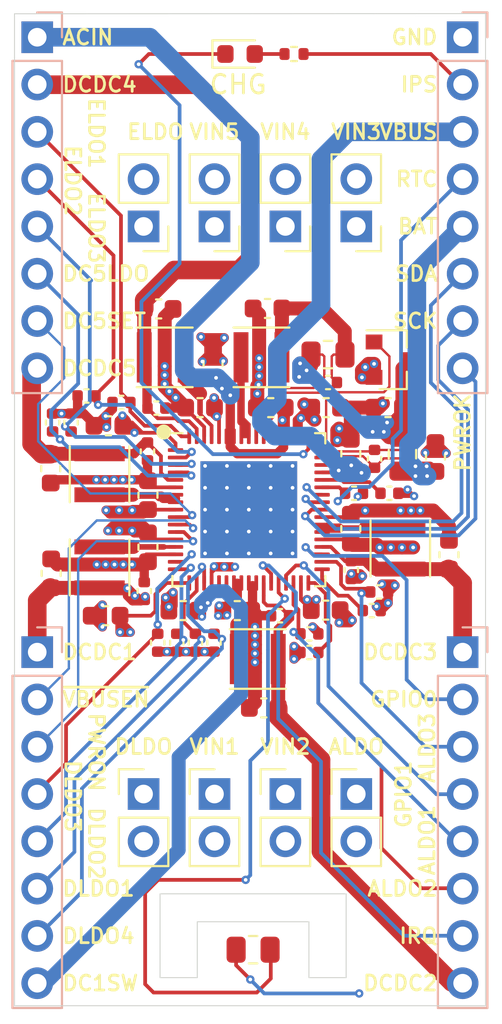
<source format=kicad_pcb>
(kicad_pcb (version 20171130) (host pcbnew 5.1.9)
  (layers (0 F.Cu signal) (1 In1.Cu signal) (2 In2.Cu signal) (31 B.Cu signal) (34 B.Paste user) (35 F.Paste user) (36 B.SilkS user) (37 F.SilkS user) (38 B.Mask user) (39 F.Mask user) (44 Edge.Cuts user))
  (net 0 "")
  (net 1 "Net-(C1-Pad2)")
  (net 2 "Net-(C2-Pad2)")
  (net 3 "Net-(L1-Pad1)")
  (net 4 "Net-(L2-Pad1)")
  (net 5 "Net-(L3-Pad1)")
  (net 6 "Net-(L4-Pad1)")
  (net 7 "Net-(L5-Pad1)")
  (net 8 "Net-(L6-Pad1)")
  (net 9 +5V)
  (net 10 VBUS)
  (net 11 GND)
  (net 12 "Net-(C9-Pad2)")
  (net 13 "Net-(C16-Pad2)")
  (net 14 /ELDO3)
  (net 15 /DLDO3)
  (net 16 /ELDO2)
  (net 17 /DLDO2)
  (net 18 /ELDO1)
  (net 19 /ELDOIN)
  (net 20 /DLDOIN)
  (net 21 /DLDO1)
  (net 22 /VIN5)
  (net 23 /ALDOIN)
  (net 24 /DCDC1)
  (net 25 /DC1SW)
  (net 26 /DCDC2)
  (net 27 /VIN2)
  (net 28 /DCDC3)
  (net 29 /VIN3)
  (net 30 /DCDC4)
  (net 31 /VIN4)
  (net 32 /DCDC5)
  (net 33 /DLDO4)
  (net 34 /VIN1)
  (net 35 /ALDO1)
  (net 36 /ALDO2)
  (net 37 /ALDO3)
  (net 38 /DC5SET)
  (net 39 "Net-(Q1-Pad1)")
  (net 40 /BAT+)
  (net 41 /DC5LDO)
  (net 42 "Net-(TH1-Pad1)")
  (net 43 /CHGLED)
  (net 44 /SDA)
  (net 45 /SCK)
  (net 46 /PWROK)
  (net 47 /GPIO0)
  (net 48 /GPIO1)
  (net 49 /IRQ)
  (net 50 /PWRON)
  (net 51 /~VBUSEN)
  (net 52 /RTC_VCC)
  (net 53 /VBUS_)
  (net 54 "Net-(D1-Pad2)")
  (module Resistor_SMD:R_0402_1005Metric (layer F.Cu) (at 146.55 68.21 180)
    (fp_text reference R3 hide)
    (fp_text value 3.3kR hide)
    (pad 2 smd roundrect (at 0.51 0 180) (size 0.54 0.64) (layers F.Cu F.Paste F.Mask) (net 54 "Net-(D1-Pad2)"))
    (pad 1 smd roundrect (at -0.51 0 180) (size 0.54 0.64) (layers F.Cu F.Paste F.Mask) (net 10 VBUS))
  )
  (module LED_SMD:LED_0603_1608Metric (layer F.Cu) (at 143.65 68.21)
    (fp_text reference D1 hide)
    (fp_text value LED hide)
    (pad 2 smd roundrect (at 0.7875 0) (size 0.875 0.95) (layers F.Cu F.Paste F.Mask) (net 54 "Net-(D1-Pad2)"))
    (pad 1 smd roundrect (at -0.7875 0) (size 0.875 0.95) (layers F.Cu F.Paste F.Mask) (net 43 /CHGLED))
  )
  (module Connector_PinHeader_2.54mm:PinHeader_1x08_P2.54mm_Vertical (layer B.Cu) (at 155.61 67.31 180)
    (fp_text reference J4 hide)
    (fp_text value Conn_01x08 hide)
    (pad 8 thru_hole oval (at 0 -17.78 180) (size 1.7 1.7) (drill 1) (layers *.Cu *.Mask) (net 46 /PWROK))
    (pad 7 thru_hole oval (at 0 -15.24 180) (size 1.7 1.7) (drill 1) (layers *.Cu *.Mask) (net 45 /SCK))
    (pad 6 thru_hole oval (at 0 -12.7 180) (size 1.7 1.7) (drill 1) (layers *.Cu *.Mask) (net 44 /SDA))
    (pad 5 thru_hole oval (at 0 -10.16 180) (size 1.7 1.7) (drill 1) (layers *.Cu *.Mask) (net 40 /BAT+))
    (pad 4 thru_hole oval (at 0 -7.62 180) (size 1.7 1.7) (drill 1) (layers *.Cu *.Mask) (net 52 /RTC_VCC))
    (pad 3 thru_hole oval (at 0 -5.08 180) (size 1.7 1.7) (drill 1) (layers *.Cu *.Mask) (net 53 /VBUS_))
    (pad 2 thru_hole oval (at 0 -2.54 180) (size 1.7 1.7) (drill 1) (layers *.Cu *.Mask) (net 10 VBUS))
    (pad 1 thru_hole rect (at 0 0 180) (size 1.7 1.7) (drill 1) (layers *.Cu *.Mask) (net 11 GND))
  )
  (module Connector_PinHeader_2.54mm:PinHeader_1x08_P2.54mm_Vertical (layer B.Cu) (at 155.61 100.33 180)
    (fp_text reference J3 hide)
    (fp_text value Conn_01x08 hide)
    (pad 8 thru_hole oval (at 0 -17.78 180) (size 1.7 1.7) (drill 1) (layers *.Cu *.Mask) (net 26 /DCDC2))
    (pad 7 thru_hole oval (at 0 -15.24 180) (size 1.7 1.7) (drill 1) (layers *.Cu *.Mask) (net 49 /IRQ))
    (pad 6 thru_hole oval (at 0 -12.7 180) (size 1.7 1.7) (drill 1) (layers *.Cu *.Mask) (net 36 /ALDO2))
    (pad 5 thru_hole oval (at 0 -10.16 180) (size 1.7 1.7) (drill 1) (layers *.Cu *.Mask) (net 35 /ALDO1))
    (pad 4 thru_hole oval (at 0 -7.62 180) (size 1.7 1.7) (drill 1) (layers *.Cu *.Mask) (net 48 /GPIO1))
    (pad 3 thru_hole oval (at 0 -5.08 180) (size 1.7 1.7) (drill 1) (layers *.Cu *.Mask) (net 37 /ALDO3))
    (pad 2 thru_hole oval (at 0 -2.54 180) (size 1.7 1.7) (drill 1) (layers *.Cu *.Mask) (net 47 /GPIO0))
    (pad 1 thru_hole rect (at 0 0 180) (size 1.7 1.7) (drill 1) (layers *.Cu *.Mask) (net 28 /DCDC3))
  )
  (module Connector_PinHeader_2.54mm:PinHeader_1x08_P2.54mm_Vertical (layer B.Cu) (at 132.75 100.33 180)
    (fp_text reference J2 hide)
    (fp_text value Conn_01x08 hide)
    (pad 8 thru_hole oval (at 0 -17.78 180) (size 1.7 1.7) (drill 1) (layers *.Cu *.Mask) (net 25 /DC1SW))
    (pad 7 thru_hole oval (at 0 -15.24 180) (size 1.7 1.7) (drill 1) (layers *.Cu *.Mask) (net 33 /DLDO4))
    (pad 6 thru_hole oval (at 0 -12.7 180) (size 1.7 1.7) (drill 1) (layers *.Cu *.Mask) (net 21 /DLDO1))
    (pad 5 thru_hole oval (at 0 -10.16 180) (size 1.7 1.7) (drill 1) (layers *.Cu *.Mask) (net 17 /DLDO2))
    (pad 4 thru_hole oval (at 0 -7.62 180) (size 1.7 1.7) (drill 1) (layers *.Cu *.Mask) (net 15 /DLDO3))
    (pad 3 thru_hole oval (at 0 -5.08 180) (size 1.7 1.7) (drill 1) (layers *.Cu *.Mask) (net 50 /PWRON))
    (pad 2 thru_hole oval (at 0 -2.54 180) (size 1.7 1.7) (drill 1) (layers *.Cu *.Mask) (net 51 /~VBUSEN))
    (pad 1 thru_hole rect (at 0 0 180) (size 1.7 1.7) (drill 1) (layers *.Cu *.Mask) (net 24 /DCDC1))
  )
  (module Connector_PinHeader_2.54mm:PinHeader_1x08_P2.54mm_Vertical (layer B.Cu) (at 132.75 67.31 180)
    (fp_text reference J1 hide)
    (fp_text value Conn_01x08 hide)
    (pad 8 thru_hole oval (at 0 -17.78 180) (size 1.7 1.7) (drill 1) (layers *.Cu *.Mask) (net 32 /DCDC5))
    (pad 7 thru_hole oval (at 0 -15.24 180) (size 1.7 1.7) (drill 1) (layers *.Cu *.Mask) (net 38 /DC5SET))
    (pad 6 thru_hole oval (at 0 -12.7 180) (size 1.7 1.7) (drill 1) (layers *.Cu *.Mask) (net 41 /DC5LDO))
    (pad 5 thru_hole oval (at 0 -10.16 180) (size 1.7 1.7) (drill 1) (layers *.Cu *.Mask) (net 14 /ELDO3))
    (pad 4 thru_hole oval (at 0 -7.62 180) (size 1.7 1.7) (drill 1) (layers *.Cu *.Mask) (net 16 /ELDO2))
    (pad 3 thru_hole oval (at 0 -5.08 180) (size 1.7 1.7) (drill 1) (layers *.Cu *.Mask) (net 18 /ELDO1))
    (pad 2 thru_hole oval (at 0 -2.54 180) (size 1.7 1.7) (drill 1) (layers *.Cu *.Mask) (net 30 /DCDC4))
    (pad 1 thru_hole rect (at 0 0 180) (size 1.7 1.7) (drill 1) (layers *.Cu *.Mask) (net 9 +5V))
  )
  (module Connector_PinHeader_2.54mm:PinHeader_1x02_P2.54mm_Vertical (layer F.Cu) (at 138.465 107.95)
    (fp_text reference JP8 hide)
    (fp_text value Jumper_NO_Small hide)
    (pad 2 thru_hole oval (at 0 2.54) (size 1.7 1.7) (drill 1) (layers *.Cu *.Mask) (net 20 /DLDOIN))
    (pad 1 thru_hole rect (at 0 0) (size 1.7 1.7) (drill 1) (layers *.Cu *.Mask) (net 10 VBUS))
  )
  (module Connector_PinHeader_2.54mm:PinHeader_1x02_P2.54mm_Vertical (layer F.Cu) (at 138.465 77.47 180)
    (fp_text reference JP7 hide)
    (fp_text value Jumper_NO_Small hide)
    (pad 2 thru_hole oval (at 0 2.54 180) (size 1.7 1.7) (drill 1) (layers *.Cu *.Mask) (net 19 /ELDOIN))
    (pad 1 thru_hole rect (at 0 0 180) (size 1.7 1.7) (drill 1) (layers *.Cu *.Mask) (net 10 VBUS))
  )
  (module Connector_PinHeader_2.54mm:PinHeader_1x02_P2.54mm_Vertical (layer F.Cu) (at 149.895 107.95)
    (fp_text reference JP6 hide)
    (fp_text value Jumper_NO_Small hide)
    (pad 2 thru_hole oval (at 0 2.54) (size 1.7 1.7) (drill 1) (layers *.Cu *.Mask) (net 23 /ALDOIN))
    (pad 1 thru_hole rect (at 0 0) (size 1.7 1.7) (drill 1) (layers *.Cu *.Mask) (net 10 VBUS))
  )
  (module Connector_PinHeader_2.54mm:PinHeader_1x02_P2.54mm_Vertical (layer F.Cu) (at 142.275 77.47 180)
    (fp_text reference JP5 hide)
    (fp_text value Jumper_NO_Small hide)
    (pad 2 thru_hole oval (at 0 2.54 180) (size 1.7 1.7) (drill 1) (layers *.Cu *.Mask) (net 22 /VIN5))
    (pad 1 thru_hole rect (at 0 0 180) (size 1.7 1.7) (drill 1) (layers *.Cu *.Mask) (net 10 VBUS))
  )
  (module Connector_PinHeader_2.54mm:PinHeader_1x02_P2.54mm_Vertical (layer F.Cu) (at 146.085 77.47 180)
    (fp_text reference JP4 hide)
    (fp_text value Jumper_NO_Small hide)
    (pad 2 thru_hole oval (at 0 2.54 180) (size 1.7 1.7) (drill 1) (layers *.Cu *.Mask) (net 31 /VIN4))
    (pad 1 thru_hole rect (at 0 0 180) (size 1.7 1.7) (drill 1) (layers *.Cu *.Mask) (net 10 VBUS))
  )
  (module Connector_PinHeader_2.54mm:PinHeader_1x02_P2.54mm_Vertical (layer F.Cu) (at 149.895 77.47 180)
    (fp_text reference JP3 hide)
    (fp_text value Jumper_NO_Small hide)
    (pad 2 thru_hole oval (at 0 2.54 180) (size 1.7 1.7) (drill 1) (layers *.Cu *.Mask) (net 29 /VIN3))
    (pad 1 thru_hole rect (at 0 0 180) (size 1.7 1.7) (drill 1) (layers *.Cu *.Mask) (net 10 VBUS))
  )
  (module Connector_PinHeader_2.54mm:PinHeader_1x02_P2.54mm_Vertical (layer F.Cu) (at 146.085 107.95)
    (fp_text reference JP2 hide)
    (fp_text value Jumper_NO_Small hide)
    (pad 2 thru_hole oval (at 0 2.54) (size 1.7 1.7) (drill 1) (layers *.Cu *.Mask) (net 27 /VIN2))
    (pad 1 thru_hole rect (at 0 0) (size 1.7 1.7) (drill 1) (layers *.Cu *.Mask) (net 10 VBUS))
  )
  (module Connector_PinHeader_2.54mm:PinHeader_1x02_P2.54mm_Vertical (layer F.Cu) (at 142.275 107.95)
    (fp_text reference JP1 hide)
    (fp_text value Jumper_NO_Small hide)
    (pad 2 thru_hole oval (at 0 2.54) (size 1.7 1.7) (drill 1) (layers *.Cu *.Mask) (net 34 /VIN1))
    (pad 1 thru_hole rect (at 0 0) (size 1.7 1.7) (drill 1) (layers *.Cu *.Mask) (net 10 VBUS))
  )
  (module Resistor_SMD:R_0805_2012Metric (layer F.Cu) (at 144.35 116.31 180)
    (fp_text reference TH1 hide)
    (fp_text value "10kR  3950K" hide)
    (pad 2 smd roundrect (at 0.9125 0 180) (size 1.025 1.4) (layers F.Cu F.Paste F.Mask) (roundrect_rratio 0.243902) (net 11 GND))
    (pad 1 smd roundrect (at -0.9125 0 180) (size 1.025 1.4) (layers F.Cu F.Paste F.Mask) (roundrect_rratio 0.243902) (net 42 "Net-(TH1-Pad1)"))
  )
  (module Package_TO_SOT_SMD:SOT-23 (layer F.Cu) (at 151.85 84.625)
    (fp_text reference Q1 hide)
    (fp_text value Q_PMOS_GSD hide)
    (pad 3 smd rect (at 1 0) (size 0.9 0.8) (layers F.Cu F.Paste F.Mask) (net 1 "Net-(C1-Pad2)"))
    (pad 2 smd rect (at -1 0.95) (size 0.9 0.8) (layers F.Cu F.Paste F.Mask) (net 10 VBUS))
    (pad 1 smd rect (at -1 -0.95) (size 0.9 0.8) (layers F.Cu F.Paste F.Mask) (net 39 "Net-(Q1-Pad1)"))
  )
  (module Capacitor_SMD:C_0603_1608Metric (layer F.Cu) (at 142.2 84.825 90)
    (fp_text reference C42 hide)
    (fp_text value 10uF hide)
    (pad 2 smd roundrect (at 0.775 0 90) (size 0.9 0.95) (layers F.Cu F.Paste F.Mask) (net 11 GND))
    (pad 1 smd roundrect (at -0.775 0 90) (size 0.9 0.95) (layers F.Cu F.Paste F.Mask) (net 9 +5V))
  )
  (module Capacitor_SMD:C_0603_1608Metric (layer F.Cu) (at 149.6 89.675 90)
    (fp_text reference C41 hide)
    (fp_text value 10uF hide)
    (pad 2 smd roundrect (at 0.775 0 90) (size 0.9 0.95) (layers F.Cu F.Paste F.Mask) (net 11 GND))
    (pad 1 smd roundrect (at -0.775 0 90) (size 0.9 0.95) (layers F.Cu F.Paste F.Mask) (net 53 /VBUS_))
  )
  (module Capacitor_SMD:C_0603_1608Metric (layer F.Cu) (at 145.125 81.875 180)
    (fp_text reference C40 hide)
    (fp_text value 10uF hide)
    (pad 2 smd roundrect (at 0.775 0 180) (size 0.9 0.95) (layers F.Cu F.Paste F.Mask) (net 11 GND))
    (pad 1 smd roundrect (at -0.775 0 180) (size 0.9 0.95) (layers F.Cu F.Paste F.Mask) (net 2 "Net-(C2-Pad2)"))
  )
  (module Capacitor_SMD:C_0603_1608Metric (layer F.Cu) (at 151.6 87.2 180)
    (fp_text reference C39 hide)
    (fp_text value 10uF hide)
    (pad 2 smd roundrect (at 0.775 0 180) (size 0.9 0.95) (layers F.Cu F.Paste F.Mask) (net 11 GND))
    (pad 1 smd roundrect (at -0.775 0 180) (size 0.9 0.95) (layers F.Cu F.Paste F.Mask) (net 1 "Net-(C1-Pad2)"))
  )
  (module Capacitor_SMD:C_0402_1005Metric (layer F.Cu) (at 151.125 97.1)
    (fp_text reference C38 hide)
    (fp_text value 4.7uF hide)
    (pad 2 smd roundrect (at 0.48 0) (size 0.56 0.62) (layers F.Cu F.Paste F.Mask) (net 11 GND))
    (pad 1 smd roundrect (at -0.48 0) (size 0.56 0.62) (layers F.Cu F.Paste F.Mask) (net 37 /ALDO3))
  )
  (module Capacitor_SMD:C_0402_1005Metric (layer F.Cu) (at 147.375 100.35 180)
    (fp_text reference C37 hide)
    (fp_text value 4.7uF hide)
    (pad 2 smd roundrect (at 0.48 0 180) (size 0.56 0.62) (layers F.Cu F.Paste F.Mask) (net 11 GND))
    (pad 1 smd roundrect (at -0.48 0 180) (size 0.56 0.62) (layers F.Cu F.Paste F.Mask) (net 36 /ALDO2))
  )
  (module Capacitor_SMD:C_0402_1005Metric (layer F.Cu) (at 147.375 99.35)
    (fp_text reference C36 hide)
    (fp_text value 4.7uF hide)
    (pad 2 smd roundrect (at 0.48 0) (size 0.56 0.62) (layers F.Cu F.Paste F.Mask) (net 11 GND))
    (pad 1 smd roundrect (at -0.48 0) (size 0.56 0.62) (layers F.Cu F.Paste F.Mask) (net 35 /ALDO1))
  )
  (module Capacitor_SMD:C_0402_1005Metric (layer F.Cu) (at 133.575 88 90)
    (fp_text reference C35 hide)
    (fp_text value 4.7uF hide)
    (pad 2 smd roundrect (at 0.48 0 90) (size 0.56 0.62) (layers F.Cu F.Paste F.Mask) (net 11 GND))
    (pad 1 smd roundrect (at -0.48 0 90) (size 0.56 0.62) (layers F.Cu F.Paste F.Mask) (net 41 /DC5LDO))
  )
  (module Capacitor_SMD:C_0402_1005Metric (layer F.Cu) (at 142.25 99.825 90)
    (fp_text reference C28 hide)
    (fp_text value 4.7uF hide)
    (pad 2 smd roundrect (at 0.48 0 90) (size 0.56 0.62) (layers F.Cu F.Paste F.Mask) (net 33 /DLDO4))
    (pad 1 smd roundrect (at -0.48 0 90) (size 0.56 0.62) (layers F.Cu F.Paste F.Mask) (net 11 GND))
  )
  (module Capacitor_SMD:C_0402_1005Metric (layer F.Cu) (at 150.725 98.1 180)
    (fp_text reference C16 hide)
    (fp_text value 4.7uF hide)
    (pad 2 smd roundrect (at 0.48 0 180) (size 0.56 0.62) (layers F.Cu F.Paste F.Mask) (net 13 "Net-(C16-Pad2)"))
    (pad 1 smd roundrect (at -0.48 0 180) (size 0.56 0.62) (layers F.Cu F.Paste F.Mask) (net 11 GND))
  )
  (module Capacitor_SMD:C_0402_1005Metric (layer F.Cu) (at 141.25 99.825 90)
    (fp_text reference C15 hide)
    (fp_text value 4.7uF hide)
    (pad 2 smd roundrect (at 0.48 0 90) (size 0.56 0.62) (layers F.Cu F.Paste F.Mask) (net 21 /DLDO1))
    (pad 1 smd roundrect (at -0.48 0 90) (size 0.56 0.62) (layers F.Cu F.Paste F.Mask) (net 11 GND))
  )
  (module Capacitor_SMD:C_0402_1005Metric (layer F.Cu) (at 137.275 86.925)
    (fp_text reference C12 hide)
    (fp_text value 4.7uF hide)
    (pad 2 smd roundrect (at 0.48 0) (size 0.56 0.62) (layers F.Cu F.Paste F.Mask) (net 18 /ELDO1))
    (pad 1 smd roundrect (at -0.48 0) (size 0.56 0.62) (layers F.Cu F.Paste F.Mask) (net 11 GND))
  )
  (module Capacitor_SMD:C_0402_1005Metric (layer F.Cu) (at 140.25 99.825 90)
    (fp_text reference C11 hide)
    (fp_text value 4.7uF hide)
    (pad 2 smd roundrect (at 0.48 0 90) (size 0.56 0.62) (layers F.Cu F.Paste F.Mask) (net 17 /DLDO2))
    (pad 1 smd roundrect (at -0.48 0 90) (size 0.56 0.62) (layers F.Cu F.Paste F.Mask) (net 11 GND))
  )
  (module Capacitor_SMD:C_0402_1005Metric (layer F.Cu) (at 135.4 86.575)
    (fp_text reference C10 hide)
    (fp_text value 4.7uF hide)
    (pad 2 smd roundrect (at 0.48 0) (size 0.56 0.62) (layers F.Cu F.Paste F.Mask) (net 16 /ELDO2))
    (pad 1 smd roundrect (at -0.48 0) (size 0.56 0.62) (layers F.Cu F.Paste F.Mask) (net 11 GND))
  )
  (module Capacitor_SMD:C_0402_1005Metric (layer F.Cu) (at 151.675 91.8 180)
    (fp_text reference C9 hide)
    (fp_text value 4.7uF hide)
    (pad 2 smd roundrect (at 0.48 0 180) (size 0.56 0.62) (layers F.Cu F.Paste F.Mask) (net 12 "Net-(C9-Pad2)"))
    (pad 1 smd roundrect (at -0.48 0 180) (size 0.56 0.62) (layers F.Cu F.Paste F.Mask) (net 11 GND))
  )
  (module Capacitor_SMD:C_0402_1005Metric (layer F.Cu) (at 149.775 91.8 180)
    (fp_text reference C8 hide)
    (fp_text value 4.7uF hide)
    (pad 2 smd roundrect (at 0.48 0 180) (size 0.56 0.62) (layers F.Cu F.Paste F.Mask) (net 52 /RTC_VCC))
    (pad 1 smd roundrect (at -0.48 0 180) (size 0.56 0.62) (layers F.Cu F.Paste F.Mask) (net 11 GND))
  )
  (module Capacitor_SMD:C_0402_1005Metric (layer F.Cu) (at 139.225 99.825 90)
    (fp_text reference C5 hide)
    (fp_text value 4.7uF hide)
    (pad 2 smd roundrect (at 0.48 0 90) (size 0.56 0.62) (layers F.Cu F.Paste F.Mask) (net 15 /DLDO3))
    (pad 1 smd roundrect (at -0.48 0 90) (size 0.56 0.62) (layers F.Cu F.Paste F.Mask) (net 11 GND))
  )
  (module Capacitor_SMD:C_0402_1005Metric (layer F.Cu) (at 134.57 88 270)
    (fp_text reference C4 hide)
    (fp_text value 4.7uF hide)
    (pad 2 smd roundrect (at 0.48 0 270) (size 0.56 0.62) (layers F.Cu F.Paste F.Mask) (net 14 /ELDO3))
    (pad 1 smd roundrect (at -0.48 0 270) (size 0.56 0.62) (layers F.Cu F.Paste F.Mask) (net 11 GND))
  )
  (module Capacitor_SMD:C_0603_1608Metric (layer F.Cu) (at 133.475 90.475 90)
    (fp_text reference C34 hide)
    (fp_text value 10uF hide)
    (pad 2 smd roundrect (at 0.775 0 90) (size 0.9 0.95) (layers F.Cu F.Paste F.Mask) (net 32 /DCDC5))
    (pad 1 smd roundrect (at -0.775 0 90) (size 0.9 0.95) (layers F.Cu F.Paste F.Mask) (net 11 GND))
  )
  (module Capacitor_SMD:C_0402_1005Metric (layer F.Cu) (at 139.155 87.225)
    (fp_text reference C33 hide)
    (fp_text value 1nF hide)
    (pad 2 smd roundrect (at 0.48 0) (size 0.56 0.62) (layers F.Cu F.Paste F.Mask) (net 11 GND))
    (pad 1 smd roundrect (at -0.48 0) (size 0.56 0.62) (layers F.Cu F.Paste F.Mask) (net 30 /DCDC4))
  )
  (module Capacitor_SMD:C_0603_1608Metric (layer F.Cu) (at 154.875 95.1 270)
    (fp_text reference C32 hide)
    (fp_text value 10uF hide)
    (pad 2 smd roundrect (at 0.775 0 270) (size 0.9 0.95) (layers F.Cu F.Paste F.Mask) (net 28 /DCDC3))
    (pad 1 smd roundrect (at -0.775 0 270) (size 0.9 0.95) (layers F.Cu F.Paste F.Mask) (net 11 GND))
  )
  (module Capacitor_SMD:C_0603_1608Metric (layer F.Cu) (at 144.925 103.325)
    (fp_text reference C31 hide)
    (fp_text value 10uF hide)
    (pad 2 smd roundrect (at 0.775 0) (size 0.9 0.95) (layers F.Cu F.Paste F.Mask) (net 26 /DCDC2))
    (pad 1 smd roundrect (at -0.775 0) (size 0.9 0.95) (layers F.Cu F.Paste F.Mask) (net 11 GND))
  )
  (module Capacitor_SMD:C_0603_1608Metric (layer F.Cu) (at 138.7 94.7 90)
    (fp_text reference C30 hide)
    (fp_text value 10uF hide)
    (pad 2 smd roundrect (at 0.775 0 90) (size 0.9 0.95) (layers F.Cu F.Paste F.Mask) (net 34 /VIN1))
    (pad 1 smd roundrect (at -0.775 0 90) (size 0.9 0.95) (layers F.Cu F.Paste F.Mask) (net 11 GND))
  )
  (module Capacitor_SMD:C_0603_1608Metric (layer F.Cu) (at 133.5 96.1 270)
    (fp_text reference C29 hide)
    (fp_text value 10uF hide)
    (pad 2 smd roundrect (at 0.775 0 270) (size 0.9 0.95) (layers F.Cu F.Paste F.Mask) (net 24 /DCDC1))
    (pad 1 smd roundrect (at -0.775 0 270) (size 0.9 0.95) (layers F.Cu F.Paste F.Mask) (net 11 GND))
  )
  (module Capacitor_SMD:C_0402_1005Metric (layer F.Cu) (at 138.675 89.55 270)
    (fp_text reference C27 hide)
    (fp_text value 1nF hide)
    (pad 2 smd roundrect (at 0.48 0 270) (size 0.56 0.62) (layers F.Cu F.Paste F.Mask) (net 11 GND))
    (pad 1 smd roundrect (at -0.48 0 270) (size 0.56 0.62) (layers F.Cu F.Paste F.Mask) (net 32 /DCDC5))
  )
  (module Capacitor_SMD:C_0603_1608Metric (layer F.Cu) (at 141.5 87.2)
    (fp_text reference C26 hide)
    (fp_text value 10uF hide)
    (pad 2 smd roundrect (at 0.775 0) (size 0.9 0.95) (layers F.Cu F.Paste F.Mask) (net 31 /VIN4))
    (pad 1 smd roundrect (at -0.775 0) (size 0.9 0.95) (layers F.Cu F.Paste F.Mask) (net 11 GND))
  )
  (module Capacitor_SMD:C_0603_1608Metric (layer F.Cu) (at 139.275 81.9 180)
    (fp_text reference C25 hide)
    (fp_text value 10uF hide)
    (pad 2 smd roundrect (at 0.775 0 180) (size 0.9 0.95) (layers F.Cu F.Paste F.Mask) (net 30 /DCDC4))
    (pad 1 smd roundrect (at -0.775 0 180) (size 0.9 0.95) (layers F.Cu F.Paste F.Mask) (net 11 GND))
  )
  (module Capacitor_SMD:C_0603_1608Metric (layer F.Cu) (at 149.6 93.7 270)
    (fp_text reference C24 hide)
    (fp_text value 10uF hide)
    (pad 2 smd roundrect (at 0.775 0 270) (size 0.9 0.95) (layers F.Cu F.Paste F.Mask) (net 29 /VIN3))
    (pad 1 smd roundrect (at -0.775 0 270) (size 0.9 0.95) (layers F.Cu F.Paste F.Mask) (net 11 GND))
  )
  (module Capacitor_SMD:C_0402_1005Metric (layer F.Cu) (at 149.625 95.925 270)
    (fp_text reference C23 hide)
    (fp_text value 1nF hide)
    (pad 2 smd roundrect (at 0.48 0 270) (size 0.56 0.62) (layers F.Cu F.Paste F.Mask) (net 11 GND))
    (pad 1 smd roundrect (at -0.48 0 270) (size 0.56 0.62) (layers F.Cu F.Paste F.Mask) (net 28 /DCDC3))
  )
  (module Capacitor_SMD:C_0603_1608Metric (layer F.Cu) (at 143.5 98.1 180)
    (fp_text reference C22 hide)
    (fp_text value 10uF hide)
    (pad 2 smd roundrect (at 0.775 0 180) (size 0.9 0.95) (layers F.Cu F.Paste F.Mask) (net 27 /VIN2))
    (pad 1 smd roundrect (at -0.775 0 180) (size 0.9 0.95) (layers F.Cu F.Paste F.Mask) (net 11 GND))
  )
  (module Capacitor_SMD:C_0402_1005Metric (layer F.Cu) (at 145.8 98.375 180)
    (fp_text reference C21 hide)
    (fp_text value 1nF hide)
    (pad 2 smd roundrect (at 0.48 0 180) (size 0.56 0.62) (layers F.Cu F.Paste F.Mask) (net 11 GND))
    (pad 1 smd roundrect (at -0.48 0 180) (size 0.56 0.62) (layers F.Cu F.Paste F.Mask) (net 26 /DCDC2))
  )
  (module Capacitor_SMD:C_0603_1608Metric (layer F.Cu) (at 140.6 98.1)
    (fp_text reference C20 hide)
    (fp_text value 10uF hide)
    (pad 2 smd roundrect (at 0.775 0) (size 0.9 0.95) (layers F.Cu F.Paste F.Mask) (net 25 /DC1SW))
    (pad 1 smd roundrect (at -0.775 0) (size 0.9 0.95) (layers F.Cu F.Paste F.Mask) (net 11 GND))
  )
  (module Capacitor_SMD:C_0402_1005Metric (layer F.Cu) (at 138.5 97.05 90)
    (fp_text reference C19 hide)
    (fp_text value 1nF hide)
    (pad 2 smd roundrect (at 0.48 0 90) (size 0.56 0.62) (layers F.Cu F.Paste F.Mask) (net 11 GND))
    (pad 1 smd roundrect (at -0.48 0 90) (size 0.56 0.62) (layers F.Cu F.Paste F.Mask) (net 24 /DCDC1))
  )
  (module Capacitor_SMD:C_0603_1608Metric (layer F.Cu) (at 148.25 98.075 180)
    (fp_text reference C18 hide)
    (fp_text value 10uF hide)
    (pad 2 smd roundrect (at 0.775 0 180) (size 0.9 0.95) (layers F.Cu F.Paste F.Mask) (net 23 /ALDOIN))
    (pad 1 smd roundrect (at -0.775 0 180) (size 0.9 0.95) (layers F.Cu F.Paste F.Mask) (net 11 GND))
  )
  (module Capacitor_SMD:C_0603_1608Metric (layer F.Cu) (at 138.7 91.9 270)
    (fp_text reference C17 hide)
    (fp_text value 10uF hide)
    (pad 2 smd roundrect (at 0.775 0 270) (size 0.9 0.95) (layers F.Cu F.Paste F.Mask) (net 22 /VIN5))
    (pad 1 smd roundrect (at -0.775 0 270) (size 0.9 0.95) (layers F.Cu F.Paste F.Mask) (net 11 GND))
  )
  (module Capacitor_SMD:C_0603_1608Metric (layer F.Cu) (at 136.425 98.375)
    (fp_text reference C14 hide)
    (fp_text value 10uF hide)
    (pad 2 smd roundrect (at 0.775 0) (size 0.9 0.95) (layers F.Cu F.Paste F.Mask) (net 20 /DLDOIN))
    (pad 1 smd roundrect (at -0.775 0) (size 0.9 0.95) (layers F.Cu F.Paste F.Mask) (net 11 GND))
  )
  (module Capacitor_SMD:C_0603_1608Metric (layer F.Cu) (at 136.575 88.175)
    (fp_text reference C13 hide)
    (fp_text value 10uF hide)
    (pad 2 smd roundrect (at 0.775 0) (size 0.9 0.95) (layers F.Cu F.Paste F.Mask) (net 19 /ELDOIN))
    (pad 1 smd roundrect (at -0.775 0) (size 0.9 0.95) (layers F.Cu F.Paste F.Mask) (net 11 GND))
  )
  (module Capacitor_SMD:C_0603_1608Metric (layer F.Cu) (at 148.275 87.2)
    (fp_text reference C7 hide)
    (fp_text value 10uF hide)
    (pad 2 smd roundrect (at 0.775 0) (size 0.9 0.95) (layers F.Cu F.Paste F.Mask) (net 11 GND))
    (pad 1 smd roundrect (at -0.775 0) (size 0.9 0.95) (layers F.Cu F.Paste F.Mask) (net 10 VBUS))
  )
  (module Capacitor_SMD:C_0603_1608Metric (layer F.Cu) (at 145.3 87.2 180)
    (fp_text reference C6 hide)
    (fp_text value 10uF hide)
    (pad 2 smd roundrect (at 0.775 0 180) (size 0.9 0.95) (layers F.Cu F.Paste F.Mask) (net 11 GND))
    (pad 1 smd roundrect (at -0.775 0 180) (size 0.9 0.95) (layers F.Cu F.Paste F.Mask) (net 9 +5V))
  )
  (module Capacitor_SMD:C_0603_1608Metric (layer F.Cu) (at 154.15 89.85 90)
    (fp_text reference C3 hide)
    (fp_text value 10uF hide)
    (pad 2 smd roundrect (at 0.775 0 90) (size 0.9 0.95) (layers F.Cu F.Paste F.Mask) (net 11 GND))
    (pad 1 smd roundrect (at -0.775 0 90) (size 0.9 0.95) (layers F.Cu F.Paste F.Mask) (net 40 /BAT+))
  )
  (module Package_DFN_QFN:QFN-68-1EP_8x8mm_P0.4mm_EP5.2x5.2mm_ThermalVias (layer F.Cu) (at 144.12 92.68)
    (fp_text reference U1 hide)
    (fp_text value AXP22x hide)
    (pad 69 smd rect (at 0 0) (size 5.2 5.2) (layers B.Cu) (net 11 GND))
    (pad 69 thru_hole circle (at 2.35 2.35) (size 0.5 0.5) (drill 0.2) (layers *.Cu) (net 11 GND))
    (pad 69 thru_hole circle (at 1.175 2.35) (size 0.5 0.5) (drill 0.2) (layers *.Cu) (net 11 GND))
    (pad 69 thru_hole circle (at 0 2.35) (size 0.5 0.5) (drill 0.2) (layers *.Cu) (net 11 GND))
    (pad 69 thru_hole circle (at -1.175 2.35) (size 0.5 0.5) (drill 0.2) (layers *.Cu) (net 11 GND))
    (pad 69 thru_hole circle (at -2.35 2.35) (size 0.5 0.5) (drill 0.2) (layers *.Cu) (net 11 GND))
    (pad 69 thru_hole circle (at 2.35 1.175) (size 0.5 0.5) (drill 0.2) (layers *.Cu) (net 11 GND))
    (pad 69 thru_hole circle (at 1.175 1.175) (size 0.5 0.5) (drill 0.2) (layers *.Cu) (net 11 GND))
    (pad 69 thru_hole circle (at 0 1.175) (size 0.5 0.5) (drill 0.2) (layers *.Cu) (net 11 GND))
    (pad 69 thru_hole circle (at -1.175 1.175) (size 0.5 0.5) (drill 0.2) (layers *.Cu) (net 11 GND))
    (pad 69 thru_hole circle (at -2.35 1.175) (size 0.5 0.5) (drill 0.2) (layers *.Cu) (net 11 GND))
    (pad 69 thru_hole circle (at 2.35 0) (size 0.5 0.5) (drill 0.2) (layers *.Cu) (net 11 GND))
    (pad 69 thru_hole circle (at 1.175 0) (size 0.5 0.5) (drill 0.2) (layers *.Cu) (net 11 GND))
    (pad 69 thru_hole circle (at 0 0) (size 0.5 0.5) (drill 0.2) (layers *.Cu) (net 11 GND))
    (pad 69 thru_hole circle (at -1.175 0) (size 0.5 0.5) (drill 0.2) (layers *.Cu) (net 11 GND))
    (pad 69 thru_hole circle (at -2.35 0) (size 0.5 0.5) (drill 0.2) (layers *.Cu) (net 11 GND))
    (pad 69 thru_hole circle (at 2.35 -1.175) (size 0.5 0.5) (drill 0.2) (layers *.Cu) (net 11 GND))
    (pad 69 thru_hole circle (at 1.175 -1.175) (size 0.5 0.5) (drill 0.2) (layers *.Cu) (net 11 GND))
    (pad 69 thru_hole circle (at 0 -1.175) (size 0.5 0.5) (drill 0.2) (layers *.Cu) (net 11 GND))
    (pad 69 thru_hole circle (at -1.175 -1.175) (size 0.5 0.5) (drill 0.2) (layers *.Cu) (net 11 GND))
    (pad 69 thru_hole circle (at -2.35 -1.175) (size 0.5 0.5) (drill 0.2) (layers *.Cu) (net 11 GND))
    (pad 69 thru_hole circle (at 2.35 -2.35) (size 0.5 0.5) (drill 0.2) (layers *.Cu) (net 11 GND))
    (pad 69 thru_hole circle (at 1.175 -2.35) (size 0.5 0.5) (drill 0.2) (layers *.Cu) (net 11 GND))
    (pad 69 thru_hole circle (at 0 -2.35) (size 0.5 0.5) (drill 0.2) (layers *.Cu) (net 11 GND))
    (pad 69 thru_hole circle (at -1.175 -2.35) (size 0.5 0.5) (drill 0.2) (layers *.Cu) (net 11 GND))
    (pad 69 thru_hole circle (at -2.35 -2.35) (size 0.5 0.5) (drill 0.2) (layers *.Cu) (net 11 GND))
    (pad 69 smd rect (at 0 0) (size 5.2 5.2) (layers F.Cu F.Mask) (net 11 GND))
    (pad 68 smd roundrect (at -3.2 -3.9375) (size 0.2 0.825) (layers F.Cu F.Paste F.Mask) (net 18 /ELDO1))
    (pad 67 smd roundrect (at -2.8 -3.9375) (size 0.2 0.825) (layers F.Cu F.Paste F.Mask) (net 30 /DCDC4))
    (pad 66 smd roundrect (at -2.4 -3.9375) (size 0.2 0.825) (layers F.Cu F.Paste F.Mask) (net 11 GND))
    (pad 65 smd roundrect (at -2 -3.9375) (size 0.2 0.825) (layers F.Cu F.Paste F.Mask) (net 7 "Net-(L5-Pad1)"))
    (pad 64 smd roundrect (at -1.6 -3.9375) (size 0.2 0.825) (layers F.Cu F.Paste F.Mask) (net 31 /VIN4))
    (pad 63 smd roundrect (at -1.2 -3.9375) (size 0.2 0.825) (layers F.Cu F.Paste F.Mask) (net 9 +5V))
    (pad 62 smd roundrect (at -0.8 -3.9375) (size 0.2 0.825) (layers F.Cu F.Paste F.Mask) (net 9 +5V))
    (pad 61 smd roundrect (at -0.4 -3.9375) (size 0.2 0.825) (layers F.Cu F.Paste F.Mask) (net 3 "Net-(L1-Pad1)"))
    (pad 60 smd roundrect (at 0 -3.9375) (size 0.2 0.825) (layers F.Cu F.Paste F.Mask) (net 3 "Net-(L1-Pad1)"))
    (pad 59 smd roundrect (at 0.4 -3.9375) (size 0.2 0.825) (layers F.Cu F.Paste F.Mask) (net 11 GND))
    (pad 58 smd roundrect (at 0.8 -3.9375) (size 0.2 0.825) (layers F.Cu F.Paste F.Mask) (net 1 "Net-(C1-Pad2)"))
    (pad 57 smd roundrect (at 1.2 -3.9375) (size 0.2 0.825) (layers F.Cu F.Paste F.Mask) (net 2 "Net-(C2-Pad2)"))
    (pad 56 smd roundrect (at 1.6 -3.9375) (size 0.2 0.825) (layers F.Cu F.Paste F.Mask) (net 9 +5V))
    (pad 55 smd roundrect (at 2 -3.9375) (size 0.2 0.825) (layers F.Cu F.Paste F.Mask) (net 9 +5V))
    (pad 54 smd roundrect (at 2.4 -3.9375) (size 0.2 0.825) (layers F.Cu F.Paste F.Mask) (net 10 VBUS))
    (pad 53 smd roundrect (at 2.8 -3.9375) (size 0.2 0.825) (layers F.Cu F.Paste F.Mask) (net 10 VBUS))
    (pad 52 smd roundrect (at 3.2 -3.9375) (size 0.2 0.825) (layers F.Cu F.Paste F.Mask) (net 43 /CHGLED))
    (pad 51 smd roundrect (at 3.9375 -3.2) (size 0.825 0.2) (layers F.Cu F.Paste F.Mask) (net 39 "Net-(Q1-Pad1)"))
    (pad 50 smd roundrect (at 3.9375 -2.8) (size 0.825 0.2) (layers F.Cu F.Paste F.Mask) (net 1 "Net-(C1-Pad2)"))
    (pad 49 smd roundrect (at 3.9375 -2.4) (size 0.825 0.2) (layers F.Cu F.Paste F.Mask) (net 40 /BAT+))
    (pad 48 smd roundrect (at 3.9375 -2) (size 0.825 0.2) (layers F.Cu F.Paste F.Mask) (net 53 /VBUS_))
    (pad 47 smd roundrect (at 3.9375 -1.6) (size 0.825 0.2) (layers F.Cu F.Paste F.Mask) (net 12 "Net-(C9-Pad2)"))
    (pad 46 smd roundrect (at 3.9375 -1.2) (size 0.825 0.2) (layers F.Cu F.Paste F.Mask) (net 52 /RTC_VCC))
    (pad 45 smd roundrect (at 3.9375 -0.8) (size 0.825 0.2) (layers F.Cu F.Paste F.Mask) (net 44 /SDA))
    (pad 44 smd roundrect (at 3.9375 -0.4) (size 0.825 0.2) (layers F.Cu F.Paste F.Mask) (net 45 /SCK))
    (pad 43 smd roundrect (at 3.9375 0) (size 0.825 0.2) (layers F.Cu F.Paste F.Mask) (net 46 /PWROK))
    (pad 42 smd roundrect (at 3.9375 0.4) (size 0.825 0.2) (layers F.Cu F.Paste F.Mask) (net 11 GND))
    (pad 41 smd roundrect (at 3.9375 0.8) (size 0.825 0.2) (layers F.Cu F.Paste F.Mask) (net 6 "Net-(L4-Pad1)"))
    (pad 40 smd roundrect (at 3.9375 1.2) (size 0.825 0.2) (layers F.Cu F.Paste F.Mask) (net 6 "Net-(L4-Pad1)"))
    (pad 39 smd roundrect (at 3.9375 1.6) (size 0.825 0.2) (layers F.Cu F.Paste F.Mask) (net 29 /VIN3))
    (pad 38 smd roundrect (at 3.9375 2) (size 0.825 0.2) (layers F.Cu F.Paste F.Mask) (net 28 /DCDC3))
    (pad 37 smd roundrect (at 3.9375 2.4) (size 0.825 0.2) (layers F.Cu F.Paste F.Mask) (net 47 /GPIO0))
    (pad 36 smd roundrect (at 3.9375 2.8) (size 0.825 0.2) (layers F.Cu F.Paste F.Mask) (net 37 /ALDO3))
    (pad 35 smd roundrect (at 3.9375 3.2) (size 0.825 0.2) (layers F.Cu F.Paste F.Mask) (net 13 "Net-(C16-Pad2)"))
    (pad 34 smd roundrect (at 3.2 3.9375) (size 0.2 0.825) (layers F.Cu F.Paste F.Mask) (net 36 /ALDO2))
    (pad 33 smd roundrect (at 2.8 3.9375) (size 0.2 0.825) (layers F.Cu F.Paste F.Mask) (net 23 /ALDOIN))
    (pad 32 smd roundrect (at 2.4 3.9375) (size 0.2 0.825) (layers F.Cu F.Paste F.Mask) (net 35 /ALDO1))
    (pad 31 smd roundrect (at 2 3.9375) (size 0.2 0.825) (layers F.Cu F.Paste F.Mask) (net 48 /GPIO1))
    (pad 30 smd roundrect (at 1.6 3.9375) (size 0.2 0.825) (layers F.Cu F.Paste F.Mask) (net 42 "Net-(TH1-Pad1)"))
    (pad 29 smd roundrect (at 1.2 3.9375) (size 0.2 0.825) (layers F.Cu F.Paste F.Mask) (net 49 /IRQ))
    (pad 28 smd roundrect (at 0.8 3.9375) (size 0.2 0.825) (layers F.Cu F.Paste F.Mask) (net 26 /DCDC2))
    (pad 27 smd roundrect (at 0.4 3.9375) (size 0.2 0.825) (layers F.Cu F.Paste F.Mask) (net 11 GND))
    (pad 26 smd roundrect (at 0 3.9375) (size 0.2 0.825) (layers F.Cu F.Paste F.Mask) (net 11 GND))
    (pad 25 smd roundrect (at -0.4 3.9375) (size 0.2 0.825) (layers F.Cu F.Paste F.Mask) (net 5 "Net-(L3-Pad1)"))
    (pad 24 smd roundrect (at -0.8 3.9375) (size 0.2 0.825) (layers F.Cu F.Paste F.Mask) (net 5 "Net-(L3-Pad1)"))
    (pad 23 smd roundrect (at -1.2 3.9375) (size 0.2 0.825) (layers F.Cu F.Paste F.Mask) (net 27 /VIN2))
    (pad 22 smd roundrect (at -1.6 3.9375) (size 0.2 0.825) (layers F.Cu F.Paste F.Mask) (net 25 /DC1SW))
    (pad 21 smd roundrect (at -2 3.9375) (size 0.2 0.825) (layers F.Cu F.Paste F.Mask) (net 24 /DCDC1))
    (pad 20 smd roundrect (at -2.4 3.9375) (size 0.2 0.825) (layers F.Cu F.Paste F.Mask) (net 33 /DLDO4))
    (pad 19 smd roundrect (at -2.8 3.9375) (size 0.2 0.825) (layers F.Cu F.Paste F.Mask) (net 21 /DLDO1))
    (pad 18 smd roundrect (at -3.2 3.9375) (size 0.2 0.825) (layers F.Cu F.Paste F.Mask) (net 20 /DLDOIN))
    (pad 17 smd roundrect (at -3.9375 3.2) (size 0.825 0.2) (layers F.Cu F.Paste F.Mask) (net 17 /DLDO2))
    (pad 16 smd roundrect (at -3.9375 2.8) (size 0.825 0.2) (layers F.Cu F.Paste F.Mask) (net 15 /DLDO3))
    (pad 15 smd roundrect (at -3.9375 2.4) (size 0.825 0.2) (layers F.Cu F.Paste F.Mask) (net 11 GND))
    (pad 14 smd roundrect (at -3.9375 2) (size 0.825 0.2) (layers F.Cu F.Paste F.Mask) (net 4 "Net-(L2-Pad1)"))
    (pad 13 smd roundrect (at -3.9375 1.6) (size 0.825 0.2) (layers F.Cu F.Paste F.Mask) (net 34 /VIN1))
    (pad 12 smd roundrect (at -3.9375 1.2) (size 0.825 0.2) (layers F.Cu F.Paste F.Mask) (net 50 /PWRON))
    (pad 11 smd roundrect (at -3.9375 0.8) (size 0.825 0.2) (layers F.Cu F.Paste F.Mask) (net 51 /~VBUSEN))
    (pad 10 smd roundrect (at -3.9375 0.4) (size 0.825 0.2) (layers F.Cu F.Paste F.Mask) (net 38 /DC5SET))
    (pad 9 smd roundrect (at -3.9375 0) (size 0.825 0.2) (layers F.Cu F.Paste F.Mask) (net 22 /VIN5))
    (pad 8 smd roundrect (at -3.9375 -0.4) (size 0.825 0.2) (layers F.Cu F.Paste F.Mask) (net 8 "Net-(L6-Pad1)"))
    (pad 7 smd roundrect (at -3.9375 -0.8) (size 0.825 0.2) (layers F.Cu F.Paste F.Mask) (net 8 "Net-(L6-Pad1)"))
    (pad 6 smd roundrect (at -3.9375 -1.2) (size 0.825 0.2) (layers F.Cu F.Paste F.Mask) (net 11 GND))
    (pad 5 smd roundrect (at -3.9375 -1.6) (size 0.825 0.2) (layers F.Cu F.Paste F.Mask) (net 32 /DCDC5))
    (pad 4 smd roundrect (at -3.9375 -2) (size 0.825 0.2) (layers F.Cu F.Paste F.Mask) (net 41 /DC5LDO))
    (pad 3 smd roundrect (at -3.9375 -2.4) (size 0.825 0.2) (layers F.Cu F.Paste F.Mask) (net 14 /ELDO3))
    (pad 2 smd roundrect (at -3.9375 -2.8) (size 0.825 0.2) (layers F.Cu F.Paste F.Mask) (net 16 /ELDO2))
    (pad 1 smd roundrect (at -3.9375 -3.2) (size 0.825 0.2) (layers F.Cu F.Paste F.Mask) (net 19 /ELDOIN))
  )
  (module Resistor_SMD:R_0805_2012Metric (layer F.Cu) (at 148.375 84.35)
    (fp_text reference R2 hide)
    (fp_text value 10mR hide)
    (pad 2 smd roundrect (at 0.9125 0) (size 1.025 1.4) (layers F.Cu F.Paste F.Mask) (roundrect_rratio 0.243902) (net 2 "Net-(C2-Pad2)"))
    (pad 1 smd roundrect (at -0.9125 0) (size 1.025 1.4) (layers F.Cu F.Paste F.Mask) (roundrect_rratio 0.243902) (net 1 "Net-(C1-Pad2)"))
  )
  (module Resistor_SMD:R_0805_2012Metric (layer F.Cu) (at 152.375 89.7 90)
    (fp_text reference R1 hide)
    (fp_text value 10mR hide)
    (pad 2 smd roundrect (at 0.9125 0 90) (size 1.025 1.4) (layers F.Cu F.Paste F.Mask) (roundrect_rratio 0.243902) (net 1 "Net-(C1-Pad2)"))
    (pad 1 smd roundrect (at -0.9125 0 90) (size 1.025 1.4) (layers F.Cu F.Paste F.Mask) (roundrect_rratio 0.243902) (net 40 /BAT+))
  )
  (module Inductor_SMD:L_Taiyo-Yuden_MD-3030 (layer F.Cu) (at 136.1 90.78 90)
    (fp_text reference L6 hide)
    (fp_text value 1.5uH hide)
    (pad 2 smd rect (at 1.1 0 90) (size 0.8 2.7) (layers F.Cu F.Paste F.Mask) (net 32 /DCDC5))
    (pad 1 smd rect (at -1.1 0 90) (size 0.8 2.7) (layers F.Cu F.Paste F.Mask) (net 8 "Net-(L6-Pad1)"))
  )
  (module Inductor_SMD:L_Taiyo-Yuden_MD-3030 (layer F.Cu) (at 139.6 84.5 180)
    (fp_text reference L5 hide)
    (fp_text value 1.5uH hide)
    (pad 2 smd rect (at 1.1 0 180) (size 0.8 2.7) (layers F.Cu F.Paste F.Mask) (net 30 /DCDC4))
    (pad 1 smd rect (at -1.1 0 180) (size 0.8 2.7) (layers F.Cu F.Paste F.Mask) (net 7 "Net-(L5-Pad1)"))
  )
  (module Inductor_SMD:L_Taiyo-Yuden_MD-3030 (layer F.Cu) (at 152.26 94.77 270)
    (fp_text reference L4 hide)
    (fp_text value 1.5uH hide)
    (pad 2 smd rect (at 1.1 0 270) (size 0.8 2.7) (layers F.Cu F.Paste F.Mask) (net 28 /DCDC3))
    (pad 1 smd rect (at -1.1 0 270) (size 0.8 2.7) (layers F.Cu F.Paste F.Mask) (net 6 "Net-(L4-Pad1)"))
  )
  (module Inductor_SMD:L_Taiyo-Yuden_MD-3030 (layer F.Cu) (at 144.6 100.7)
    (fp_text reference L3 hide)
    (fp_text value 1.5uH hide)
    (pad 2 smd rect (at 1.1 0) (size 0.8 2.7) (layers F.Cu F.Paste F.Mask) (net 26 /DCDC2))
    (pad 1 smd rect (at -1.1 0) (size 0.8 2.7) (layers F.Cu F.Paste F.Mask) (net 5 "Net-(L3-Pad1)"))
  )
  (module Inductor_SMD:L_Taiyo-Yuden_MD-3030 (layer F.Cu) (at 136.1 95.78 270)
    (fp_text reference L2 hide)
    (fp_text value 1.5uH hide)
    (pad 2 smd rect (at 1.1 0 270) (size 0.8 2.7) (layers F.Cu F.Paste F.Mask) (net 24 /DCDC1))
    (pad 1 smd rect (at -1.1 0 270) (size 0.8 2.7) (layers F.Cu F.Paste F.Mask) (net 4 "Net-(L2-Pad1)"))
  )
  (module Inductor_SMD:L_Taiyo-Yuden_MD-3030 (layer F.Cu) (at 144.8 84.5)
    (fp_text reference L1 hide)
    (fp_text value 1.5uH hide)
    (pad 2 smd rect (at 1.1 0) (size 0.8 2.7) (layers F.Cu F.Paste F.Mask) (net 2 "Net-(C2-Pad2)"))
    (pad 1 smd rect (at -1.1 0) (size 0.8 2.7) (layers F.Cu F.Paste F.Mask) (net 3 "Net-(L1-Pad1)"))
  )
  (module Capacitor_SMD:C_0402_1005Metric (layer F.Cu) (at 148.375 85.85)
    (fp_text reference C2 hide)
    (fp_text value 1uF hide)
    (pad 2 smd roundrect (at 0.48 0) (size 0.56 0.62) (layers F.Cu F.Paste F.Mask) (net 2 "Net-(C2-Pad2)"))
    (pad 1 smd roundrect (at -0.48 0) (size 0.56 0.62) (layers F.Cu F.Paste F.Mask) (net 1 "Net-(C1-Pad2)"))
  )
  (module Capacitor_SMD:C_0402_1005Metric (layer F.Cu) (at 150.875 89.95 90)
    (fp_text reference C1 hide)
    (fp_text value 1uF hide)
    (pad 2 smd roundrect (at 0.48 0 90) (size 0.56 0.62) (layers F.Cu F.Paste F.Mask) (net 1 "Net-(C1-Pad2)"))
    (pad 1 smd roundrect (at -0.48 0 90) (size 0.56 0.62) (layers F.Cu F.Paste F.Mask) (net 40 /BAT+))
  )
  (gr_circle (center 139.55 88.51) (end 139.75 88.51) (layer F.SilkS) (width 0.4))
  (gr_text DLDO (at 138.465 105.41) (layer F.SilkS) (effects (font (size 0.8 0.8))))
  (gr_text ALDO (at 149.895 105.41) (layer F.SilkS) (effects (font (size 0.8 0.8))))
  (gr_text VIN2 (at 146.085 105.41) (layer F.SilkS) (effects (font (size 0.8 0.8))))
  (gr_text VIN1 (at 142.275 105.41) (layer F.SilkS) (effects (font (size 0.8 0.8))))
  (gr_text ELDO (at 139.1 72.39) (layer F.SilkS) (effects (font (size 0.8 0.8))))
  (gr_text VIN3 (at 149.895 72.39) (layer F.SilkS) (effects (font (size 0.8 0.8))))
  (gr_text VIN4 (at 146.085 72.39) (layer F.SilkS) (effects (font (size 0.8 0.8))))
  (gr_text VIN5 (at 142.275 72.39) (layer F.SilkS) (effects (font (size 0.8 0.8))))
  (gr_text CHG (at 143.545 69.85) (layer F.SilkS) (effects (font (size 1 1))))
  (gr_text PWROK (at 155.61 86.36 90) (layer F.SilkS) (effects (font (size 0.8 0.8)) (justify right)))
  (gr_text SCK (at 154.34 82.55) (layer F.SilkS) (effects (font (size 0.8 0.8)) (justify right)))
  (gr_text SDA (at 154.34 80.01) (layer F.SilkS) (effects (font (size 0.8 0.8)) (justify right)))
  (gr_text BAT (at 154.34 77.47) (layer F.SilkS) (effects (font (size 0.8 0.8)) (justify right)))
  (gr_text RTC (at 154.34 74.93) (layer F.SilkS) (effects (font (size 0.8 0.8)) (justify right)))
  (gr_text VBUS (at 154.34 72.39) (layer F.SilkS) (effects (font (size 0.8 0.8)) (justify right)))
  (gr_text IPS (at 154.34 69.85) (layer F.SilkS) (effects (font (size 0.8 0.8)) (justify right)))
  (gr_text GND (at 154.34 67.31) (layer F.SilkS) (effects (font (size 0.8 0.8)) (justify right)))
  (gr_text DCDC3 (at 154.34 100.33) (layer F.SilkS) (effects (font (size 0.8 0.8)) (justify right)))
  (gr_text GPIO0 (at 154.34 102.87) (layer F.SilkS) (effects (font (size 0.8 0.8)) (justify right)))
  (gr_text ALDO3 (at 153.705 103.505 90) (layer F.SilkS) (effects (font (size 0.8 0.8)) (justify right)))
  (gr_text GPIO1 (at 152.435 109.855 90) (layer F.SilkS) (effects (font (size 0.8 0.8)) (justify left)))
  (gr_text ALDO1 (at 153.705 112.395 90) (layer F.SilkS) (effects (font (size 0.8 0.8)) (justify left)))
  (gr_text ALDO2 (at 154.34 113.03) (layer F.SilkS) (effects (font (size 0.8 0.8)) (justify right)))
  (gr_text IRQ (at 154.34 115.57) (layer F.SilkS) (effects (font (size 0.8 0.8)) (justify right)))
  (gr_text DCDC2 (at 154.34 118.11) (layer F.SilkS) (effects (font (size 0.8 0.8)) (justify right)))
  (gr_text DC1SW (at 134.02 118.11) (layer F.SilkS) (effects (font (size 0.8 0.8)) (justify left)))
  (gr_text DLDO4 (at 134.02 115.57) (layer F.SilkS) (effects (font (size 0.8 0.8)) (justify left)))
  (gr_text DLDO1 (at 134.02 113.03) (layer F.SilkS) (effects (font (size 0.8 0.8)) (justify left)))
  (gr_text DLDO2 (at 135.925 108.585 -90) (layer F.SilkS) (effects (font (size 0.8 0.8)) (justify left)))
  (gr_text DLDO3 (at 134.655 106.045 270) (layer F.SilkS) (effects (font (size 0.8 0.8)) (justify left)))
  (gr_text PWRON (at 135.925 103.505 270) (layer F.SilkS) (effects (font (size 0.8 0.8)) (justify left)))
  (gr_text ~VBUSEN (at 134.02 102.87) (layer F.SilkS) (effects (font (size 0.8 0.8)) (justify left)))
  (gr_text DCDC1 (at 134.02 100.33) (layer F.SilkS) (effects (font (size 0.8 0.8)) (justify left)))
  (gr_text DCDC5 (at 134.02 85.09) (layer F.SilkS) (effects (font (size 0.8 0.8)) (justify left)))
  (gr_text DC5SET (at 134.02 82.55) (layer F.SilkS) (effects (font (size 0.8 0.8)) (justify left)))
  (gr_text DC5LDO (at 134.02 80.01) (layer F.SilkS) (effects (font (size 0.8 0.8)) (justify left)))
  (gr_text ELDO3 (at 135.925 75.565 -90) (layer F.SilkS) (effects (font (size 0.8 0.8)) (justify left)))
  (gr_text ELDO2 (at 134.655 73.025 270) (layer F.SilkS) (effects (font (size 0.8 0.8)) (justify left)))
  (gr_text ELDO1 (at 135.925 70.485 270) (layer F.SilkS) (effects (font (size 0.8 0.8)) (justify left)))
  (gr_text DCDC4 (at 134.02 69.85) (layer F.SilkS) (effects (font (size 0.8 0.8)) (justify left)))
  (gr_text ACIN (at 134.02 67.31) (layer F.SilkS) (effects (font (size 0.8 0.8)) (justify left)))
  (gr_line (start 139.35 113.31) (end 139.35 117.81) (layer Edge.Cuts) (width 0.05))
  (gr_line (start 149.35 113.31) (end 139.35 113.31) (layer Edge.Cuts) (width 0.05))
  (gr_line (start 149.35 117.81) (end 149.35 113.31) (layer Edge.Cuts) (width 0.05))
  (gr_line (start 147.35 117.81) (end 149.35 117.81) (layer Edge.Cuts) (width 0.05))
  (gr_line (start 147.35 114.81) (end 147.35 117.81) (layer Edge.Cuts) (width 0.05))
  (gr_line (start 141.35 114.81) (end 147.35 114.81) (layer Edge.Cuts) (width 0.05))
  (gr_line (start 141.35 117.81) (end 141.35 114.81) (layer Edge.Cuts) (width 0.05))
  (gr_line (start 139.35 117.81) (end 141.35 117.81) (layer Edge.Cuts) (width 0.05))
  (gr_line (start 131.53 66.05) (end 156.84 66.04) (layer Edge.Cuts) (width 0.05))
  (gr_line (start 156.84 66.04) (end 156.84 119.32) (layer Edge.Cuts) (width 0.05))
  (gr_line (start 156.84 119.32) (end 131.53 119.32) (layer Edge.Cuts) (width 0.05))
  (gr_line (start 131.53 119.32) (end 131.53 66.05) (layer Edge.Cuts) (width 0.05))
  (segment (start 144.92 87.867622) (end 145.16551 87.622112) (width 0.127) (layer F.Cu) (net 1))
  (segment (start 144.92 88.7425) (end 144.92 87.867622) (width 0.127) (layer F.Cu) (net 1))
  (segment (start 145.16551 87.622112) (end 145.16551 87.375) (width 0.127) (layer F.Cu) (net 1))
  (segment (start 147.4625 84.35) (end 148.075 84.35) (width 0.127) (layer F.Cu) (net 1))
  (segment (start 148.075 84.35) (end 148.175 84.45) (width 0.127) (layer F.Cu) (net 1))
  (segment (start 148.175 84.45) (end 148.175 85.575) (width 0.127) (layer F.Cu) (net 1))
  (segment (start 148.175 85.575) (end 148.1 85.65) (width 0.127) (layer F.Cu) (net 1))
  (segment (start 148.1 85.65) (end 147.9 85.85) (width 0.127) (layer F.Cu) (net 1))
  (segment (start 145.16551 86.687644) (end 145.707164 86.14599) (width 0.127) (layer F.Cu) (net 1))
  (segment (start 145.16551 87.375) (end 145.16551 86.687644) (width 0.127) (layer F.Cu) (net 1))
  (segment (start 145.707164 86.14599) (end 147.60401 86.14599) (width 0.127) (layer F.Cu) (net 1))
  (segment (start 147.60401 86.14599) (end 147.9 85.85) (width 0.127) (layer F.Cu) (net 1))
  (segment (start 150.875 89.47) (end 150.795 89.55) (width 0.127) (layer F.Cu) (net 1))
  (segment (start 150.795 89.55) (end 148.925 89.55) (width 0.127) (layer F.Cu) (net 1))
  (segment (start 148.925 89.55) (end 148.6 89.875) (width 0.127) (layer F.Cu) (net 1))
  (segment (start 148.6 89.875) (end 148.05 89.875) (width 0.127) (layer F.Cu) (net 1))
  (segment (start 152.375 87.2) (end 152.375 85.1) (width 0.75) (layer F.Cu) (net 1))
  (segment (start 152.375 85.1) (end 152.85 84.625) (width 0.75) (layer F.Cu) (net 1))
  (segment (start 152.375 88.7875) (end 152.375 89.375) (width 0.127) (layer F.Cu) (net 1))
  (segment (start 152.375 89.375) (end 152.3 89.45) (width 0.127) (layer F.Cu) (net 1))
  (segment (start 152.3 89.45) (end 152.275 89.475) (width 0.127) (layer F.Cu) (net 1))
  (segment (start 152.275 89.475) (end 150.875 89.475) (width 0.127) (layer F.Cu) (net 1))
  (segment (start 152.375 87.2) (end 152.375 88.775) (width 0.75) (layer F.Cu) (net 1))
  (via (at 151.375 88.5) (size 0.45) (drill 0.2) (layers F.Cu B.Cu) (net 1))
  (segment (start 151.6625 88.7875) (end 151.375 88.5) (width 0.75) (layer F.Cu) (net 1))
  (segment (start 152.375 88.7875) (end 151.6625 88.7875) (width 0.75) (layer F.Cu) (net 1))
  (via (at 150.775 88.5) (size 0.45) (drill 0.2) (layers F.Cu B.Cu) (net 1))
  (segment (start 151.375 88.5) (end 150.775 88.5) (width 0.75) (layer F.Cu) (net 1))
  (via (at 151.55 88) (size 0.45) (drill 0.2) (layers F.Cu B.Cu) (net 1))
  (segment (start 151.375 88.175) (end 151.55 88) (width 0.75) (layer F.Cu) (net 1))
  (segment (start 151.375 88.5) (end 151.375 88.175) (width 0.75) (layer F.Cu) (net 1))
  (segment (start 151.55 88) (end 151.925 88) (width 0.75) (layer F.Cu) (net 1))
  (segment (start 151.925 88) (end 152.225 88.3) (width 0.75) (layer F.Cu) (net 1))
  (segment (start 152.375 87.55) (end 151.925 88) (width 0.75) (layer F.Cu) (net 1))
  (segment (start 152.375 87.2) (end 152.375 87.55) (width 0.75) (layer F.Cu) (net 1))
  (via (at 147.225 85.2) (size 0.45) (drill 0.2) (layers F.Cu B.Cu) (net 1))
  (segment (start 147.4625 84.9625) (end 147.225 85.2) (width 0.75) (layer F.Cu) (net 1))
  (segment (start 147.4625 84.35) (end 147.4625 84.9625) (width 0.75) (layer F.Cu) (net 1))
  (via (at 146.825 85.55) (size 0.45) (drill 0.2) (layers F.Cu B.Cu) (net 1))
  (segment (start 147.175 85.2) (end 146.825 85.55) (width 0.75) (layer F.Cu) (net 1))
  (segment (start 147.225 85.2) (end 147.175 85.2) (width 0.75) (layer F.Cu) (net 1))
  (via (at 146.875 84.825) (size 0.45) (drill 0.2) (layers F.Cu B.Cu) (net 1))
  (segment (start 147.225 85.175) (end 146.875 84.825) (width 0.75) (layer F.Cu) (net 1))
  (segment (start 147.225 85.2) (end 147.225 85.175) (width 0.75) (layer F.Cu) (net 1))
  (segment (start 146.825 84.875) (end 146.875 84.825) (width 0.75) (layer F.Cu) (net 1))
  (segment (start 146.825 85.55) (end 146.825 84.875) (width 0.75) (layer F.Cu) (net 1))
  (segment (start 151.375 88.5) (end 150.525 88.5) (width 0.75) (layer B.Cu) (net 1))
  (segment (start 146.875 84.85) (end 147.225 85.2) (width 0.75) (layer B.Cu) (net 1))
  (segment (start 146.875 84.825) (end 146.875 84.85) (width 0.75) (layer B.Cu) (net 1))
  (segment (start 146.875 85.55) (end 147.225 85.2) (width 0.75) (layer B.Cu) (net 1))
  (segment (start 146.825 85.55) (end 146.875 85.55) (width 0.75) (layer B.Cu) (net 1))
  (segment (start 146.825 84.875) (end 146.875 84.825) (width 0.75) (layer B.Cu) (net 1))
  (segment (start 146.825 85.55) (end 146.825 84.875) (width 0.75) (layer B.Cu) (net 1))
  (segment (start 151.275 88) (end 150.775 88.5) (width 0.75) (layer B.Cu) (net 1))
  (segment (start 151.55 88) (end 151.275 88) (width 0.75) (layer B.Cu) (net 1))
  (segment (start 150.025 88) (end 149.875 87.85) (width 0.75) (layer B.Cu) (net 1))
  (segment (start 151.55 88) (end 150.025 88) (width 0.75) (layer B.Cu) (net 1))
  (segment (start 150.525 88.5) (end 149.875 87.85) (width 0.75) (layer B.Cu) (net 1))
  (segment (start 147.575 85.55) (end 147.95 85.925) (width 0.75) (layer B.Cu) (net 1))
  (segment (start 146.825 85.55) (end 147.575 85.55) (width 0.75) (layer B.Cu) (net 1))
  (segment (start 147.95 85.925) (end 147.225 85.2) (width 0.75) (layer B.Cu) (net 1))
  (segment (start 149.875 87.85) (end 147.95 85.925) (width 0.75) (layer B.Cu) (net 1))
  (segment (start 145.32 88.7425) (end 145.32 88.75) (width 0.2) (layer F.Cu) (net 2))
  (segment (start 145.9 81.875) (end 145.9 84.5) (width 0.75) (layer F.Cu) (net 2))
  (segment (start 145.425 86.787378) (end 145.812378 86.4) (width 0.127) (layer F.Cu) (net 2))
  (segment (start 145.812378 86.4) (end 147.525 86.4) (width 0.127) (layer F.Cu) (net 2))
  (segment (start 149.2875 84.35) (end 148.675 84.35) (width 0.127) (layer F.Cu) (net 2))
  (segment (start 148.675 84.35) (end 148.575 84.45) (width 0.127) (layer F.Cu) (net 2))
  (segment (start 148.575 84.45) (end 148.575 85.575) (width 0.127) (layer F.Cu) (net 2))
  (segment (start 148.575 85.575) (end 148.85 85.85) (width 0.127) (layer F.Cu) (net 2))
  (segment (start 147.525 86.4) (end 148.3 86.4) (width 0.127) (layer F.Cu) (net 2))
  (segment (start 148.3 86.4) (end 148.85 85.85) (width 0.127) (layer F.Cu) (net 2))
  (segment (start 145.32 87.83) (end 145.425 87.725) (width 0.127) (layer F.Cu) (net 2))
  (segment (start 145.32 88.7425) (end 145.32 87.83) (width 0.127) (layer F.Cu) (net 2))
  (segment (start 145.425 87.725) (end 145.425 86.787378) (width 0.127) (layer F.Cu) (net 2))
  (segment (start 145.9 81.875) (end 148.05 81.875) (width 0.75) (layer F.Cu) (net 2))
  (segment (start 148.05 81.875) (end 149.275 83.1) (width 0.75) (layer F.Cu) (net 2))
  (segment (start 149.275 83.1) (end 149.275 84.375) (width 0.75) (layer F.Cu) (net 2))
  (segment (start 144.12 88.1) (end 143.7 87.68) (width 0.2) (layer F.Cu) (net 3))
  (segment (start 144.12 88.7425) (end 144.12 88.1) (width 0.2) (layer F.Cu) (net 3))
  (segment (start 143.7 87.68) (end 143.7 87.97) (width 0.4) (layer F.Cu) (net 3))
  (segment (start 143.7 84.5) (end 143.7 87.68) (width 0.4) (layer F.Cu) (net 3))
  (segment (start 144.12 88.7425) (end 144.12 88.31) (width 0.2) (layer F.Cu) (net 3))
  (segment (start 143.78 87.97) (end 143.7 87.97) (width 0.2) (layer F.Cu) (net 3))
  (segment (start 144.12 88.31) (end 143.78 87.97) (width 0.2) (layer F.Cu) (net 3))
  (segment (start 144.12 88.7425) (end 143.72 88.3425) (width 0.2) (layer F.Cu) (net 3))
  (segment (start 143.72 88.21) (end 143.72 84.5) (width 0.2) (layer F.Cu) (net 3))
  (segment (start 143.72 88.3425) (end 143.72 88.21) (width 0.2) (layer F.Cu) (net 3))
  (segment (start 143.72 88.7425) (end 143.72 88.21) (width 0.2) (layer F.Cu) (net 3))
  (segment (start 143.72 88.21) (end 143.79 88.21) (width 0.2) (layer F.Cu) (net 3))
  (segment (start 143.79 88.21) (end 144.02 88.44) (width 0.2) (layer F.Cu) (net 3))
  (segment (start 144.12 88.7425) (end 143.9025 88.7425) (width 0.2) (layer F.Cu) (net 3))
  (segment (start 143.9025 88.7425) (end 143.74 88.58) (width 0.2) (layer F.Cu) (net 3))
  (segment (start 143.72 88.7425) (end 143.9025 88.7425) (width 0.2) (layer F.Cu) (net 3))
  (segment (start 137.92 94.68) (end 136.3 94.68) (width 0.75) (layer F.Cu) (net 4))
  (segment (start 137.92 94.68) (end 136.1 94.68) (width 0.2) (layer F.Cu) (net 4))
  (segment (start 138.88 94.68) (end 139.555 94.68) (width 0.3) (layer F.Cu) (net 4))
  (segment (start 137.92 94.68) (end 138.88 94.68) (width 0.3) (layer F.Cu) (net 4))
  (segment (start 139.555 94.68) (end 137.92 94.68) (width 0.2) (layer F.Cu) (net 4))
  (segment (start 140.1825 94.68) (end 139.555 94.68) (width 0.2) (layer F.Cu) (net 4))
  (segment (start 143.32 96.6175) (end 143.72 96.6175) (width 0.127) (layer F.Cu) (net 5))
  (segment (start 143.72 96.6175) (end 143.72 96.62) (width 0.127) (layer F.Cu) (net 5))
  (segment (start 143.5 98.85) (end 143.5 96.63) (width 0.3) (layer F.Cu) (net 5))
  (segment (start 143.5 100.7) (end 143.5 98.85) (width 0.3) (layer F.Cu) (net 5))
  (segment (start 143.5 98.85) (end 143.5 100.79) (width 0.75) (layer F.Cu) (net 5))
  (segment (start 143.5 100.79) (end 143.51 100.79) (width 0.75) (layer F.Cu) (net 5))
  (segment (start 143.5 96.63) (end 143.5 97.52) (width 0.5) (layer F.Cu) (net 5))
  (segment (start 148.9775 93.6725) (end 148.98 93.67) (width 0.5) (layer F.Cu) (net 6))
  (segment (start 148.0575 93.6725) (end 148.9775 93.6725) (width 0.5) (layer F.Cu) (net 6))
  (segment (start 148.98 93.67) (end 148.05 93.67) (width 0.3) (layer F.Cu) (net 6))
  (segment (start 148.0575 93.48) (end 148.0575 93.6725) (width 0.127) (layer F.Cu) (net 6))
  (segment (start 148.0575 93.6725) (end 148.0575 93.89) (width 0.127) (layer F.Cu) (net 6))
  (segment (start 150.39 93.67) (end 148.98 93.67) (width 0.3) (layer F.Cu) (net 6))
  (segment (start 152.26 93.67) (end 150.39 93.67) (width 0.3) (layer F.Cu) (net 6))
  (segment (start 150.39 93.67) (end 152.51 93.67) (width 0.75) (layer F.Cu) (net 6))
  (segment (start 142.12 88.7425) (end 142.12 88.17) (width 0.2) (layer F.Cu) (net 7))
  (segment (start 142.12 88.17) (end 141.525 87.575) (width 0.2) (layer F.Cu) (net 7))
  (segment (start 140.7 84.5) (end 140.7 85.65) (width 0.75) (layer F.Cu) (net 7))
  (segment (start 140.7 85.65) (end 141.5 86.45) (width 0.75) (layer F.Cu) (net 7))
  (segment (start 141.5 86.45) (end 141.5 87.475) (width 0.3) (layer F.Cu) (net 7))
  (segment (start 137.88 91.88) (end 136.1 91.88) (width 0.2) (layer F.Cu) (net 8))
  (segment (start 140.1825 91.88) (end 137.88 91.88) (width 0.2) (layer F.Cu) (net 8))
  (segment (start 137.88 91.88) (end 136.4 91.88) (width 0.75) (layer F.Cu) (net 8))
  (segment (start 136.4 91.88) (end 136.4 91.9) (width 0.75) (layer F.Cu) (net 8))
  (segment (start 140.0325 92.0925) (end 140.015 92.075) (width 0.5) (layer F.Cu) (net 8))
  (segment (start 140.1825 92.0925) (end 140.0325 92.0925) (width 0.5) (layer F.Cu) (net 8))
  (segment (start 140.1825 92.28) (end 140.1825 92.0925) (width 0.2) (layer F.Cu) (net 8))
  (segment (start 140.1825 92.0925) (end 140.1825 91.9075) (width 0.2) (layer F.Cu) (net 8))
  (segment (start 140.015 92.075) (end 139.525 92.075) (width 0.5) (layer F.Cu) (net 8))
  (segment (start 139.42201 91.95701) (end 139.308382 91.95701) (width 0.5) (layer F.Cu) (net 8))
  (segment (start 139.525 92.06) (end 139.42201 91.95701) (width 0.5) (layer F.Cu) (net 8))
  (segment (start 139.525 92.075) (end 139.525 92.06) (width 0.5) (layer F.Cu) (net 8))
  (segment (start 139.345 91.88) (end 139.42201 91.95701) (width 0.3) (layer F.Cu) (net 8))
  (segment (start 137.88 91.88) (end 139.345 91.88) (width 0.3) (layer F.Cu) (net 8))
  (segment (start 139.15794 91.94799) (end 138.24206 91.94799) (width 0.3) (layer F.Cu) (net 8))
  (segment (start 139.28495 92.075) (end 139.15794 91.94799) (width 0.3) (layer F.Cu) (net 8))
  (segment (start 139.525 92.075) (end 139.28495 92.075) (width 0.3) (layer F.Cu) (net 8))
  (segment (start 145.72 87.2) (end 145.75 87.2) (width 0.2) (layer F.Cu) (net 9))
  (segment (start 146.075 87.275) (end 145.925 87.425) (width 0.5) (layer F.Cu) (net 9))
  (segment (start 146.075 87.2) (end 146.075 87.275) (width 0.5) (layer F.Cu) (net 9))
  (segment (start 145.72 88.7425) (end 146.125 88.7425) (width 0.127) (layer F.Cu) (net 9))
  (segment (start 145.925 88.5475) (end 145.925 88.525) (width 0.127) (layer F.Cu) (net 9))
  (segment (start 146.12 88.7425) (end 145.98875 88.61125) (width 0.127) (layer F.Cu) (net 9))
  (segment (start 145.98875 88.61125) (end 145.925 88.5475) (width 0.127) (layer F.Cu) (net 9))
  (segment (start 142.2 85.7) (end 142.2 85.6) (width 0.5) (layer F.Cu) (net 9))
  (segment (start 143.5 89.675) (end 143.12299 89.29799) (width 0.5) (layer F.Cu) (net 9))
  (segment (start 145.65 89.675) (end 143.5 89.675) (width 0.5) (layer F.Cu) (net 9))
  (segment (start 143.12299 89.29799) (end 143.12299 86.62299) (width 0.5) (layer F.Cu) (net 9))
  (segment (start 145.98875 89.33625) (end 145.65 89.675) (width 0.5) (layer F.Cu) (net 9))
  (segment (start 145.98875 88.61125) (end 145.98875 89.33625) (width 0.5) (layer F.Cu) (net 9))
  (via (at 145.925 87.875) (size 0.45) (drill 0.2) (layers F.Cu B.Cu) (net 9))
  (segment (start 146.075 87.725) (end 145.925 87.875) (width 0.5) (layer F.Cu) (net 9))
  (segment (start 146.075 87.2) (end 146.075 87.725) (width 0.5) (layer F.Cu) (net 9))
  (segment (start 145.925 87.425) (end 145.925 87.875) (width 0.5) (layer F.Cu) (net 9))
  (via (at 142.675 86.175) (size 0.45) (drill 0.2) (layers F.Cu B.Cu) (net 9))
  (segment (start 142.675 86.175) (end 142.2 85.7) (width 0.5) (layer F.Cu) (net 9))
  (segment (start 143.12299 86.62299) (end 142.675 86.175) (width 0.5) (layer F.Cu) (net 9))
  (segment (start 142.2 85.6) (end 142.36 85.6) (width 0.5) (layer F.Cu) (net 9))
  (segment (start 143.12299 86.24799) (end 143.12299 86.53701) (width 0.5) (layer F.Cu) (net 9))
  (segment (start 142.475 85.6) (end 143.12299 86.24799) (width 0.5) (layer F.Cu) (net 9))
  (segment (start 146.075 88.2) (end 145.925 88.35) (width 0.5) (layer F.Cu) (net 9))
  (segment (start 146.075 87.2) (end 146.075 88.2) (width 0.5) (layer F.Cu) (net 9))
  (segment (start 145.925 88.35) (end 145.925 88.525) (width 0.5) (layer F.Cu) (net 9))
  (segment (start 145.925 87.875) (end 145.925 88.35) (width 0.5) (layer F.Cu) (net 9))
  (segment (start 143.12299 86.53701) (end 143.12299 86.62299) (width 0.5) (layer F.Cu) (net 9))
  (via (at 143.12299 86.53701) (size 0.45) (drill 0.2) (layers F.Cu B.Cu) (net 9))
  (segment (start 142.36 85.6) (end 142.475 85.6) (width 0.5) (layer F.Cu) (net 9))
  (via (at 142.36 85.6) (size 0.45) (drill 0.2) (layers F.Cu B.Cu) (net 9))
  (segment (start 142.435962 85.6) (end 142.36 85.6) (width 1) (layer B.Cu) (net 9))
  (segment (start 143.12299 86.287028) (end 142.435962 85.6) (width 1) (layer B.Cu) (net 9))
  (segment (start 143.12299 86.53701) (end 143.12299 86.287028) (width 1) (layer B.Cu) (net 9))
  (segment (start 135.5 67.31) (end 132.75 67.31) (width 1) (layer B.Cu) (net 9))
  (segment (start 138.8 67.31) (end 135.5 67.31) (width 1) (layer B.Cu) (net 9))
  (segment (start 144.2 72.71) (end 138.8 67.31) (width 1) (layer B.Cu) (net 9))
  (segment (start 140.65 82.96) (end 144.2 79.41) (width 1) (layer B.Cu) (net 9))
  (segment (start 140.65 85.21) (end 140.65 82.96) (width 1) (layer B.Cu) (net 9))
  (segment (start 144.2 79.41) (end 144.2 72.71) (width 1) (layer B.Cu) (net 9))
  (segment (start 141.04 85.6) (end 140.65 85.21) (width 1) (layer B.Cu) (net 9))
  (segment (start 142.36 85.6) (end 141.04 85.6) (width 1) (layer B.Cu) (net 9))
  (segment (start 146.92 87.78) (end 147.5 87.2) (width 0.2) (layer F.Cu) (net 10))
  (segment (start 146.92 88.7425) (end 146.92 88.04) (width 0.2) (layer F.Cu) (net 10))
  (segment (start 146.92 88.04) (end 146.92 87.78) (width 0.2) (layer F.Cu) (net 10))
  (segment (start 146.92 87.76) (end 147.48 87.2) (width 0.5) (layer F.Cu) (net 10))
  (segment (start 146.92 87.76) (end 146.841372 87.76) (width 0.5) (layer F.Cu) (net 10))
  (segment (start 147.401372 87.2) (end 146.841372 87.76) (width 0.5) (layer F.Cu) (net 10))
  (segment (start 147.5 87.2) (end 147.401372 87.2) (width 0.5) (layer F.Cu) (net 10))
  (segment (start 146.73 87.871372) (end 146.841372 87.76) (width 0.5) (layer F.Cu) (net 10))
  (segment (start 146.73 88.2) (end 146.73 87.871372) (width 0.5) (layer F.Cu) (net 10))
  (segment (start 146.73 88.2) (end 146.73 88.72) (width 0.5) (layer F.Cu) (net 10))
  (via (at 150.2 85.575) (size 0.45) (drill 0.2) (layers F.Cu B.Cu) (net 10))
  (segment (start 150.85 85.575) (end 150.2 85.575) (width 0.75) (layer F.Cu) (net 10))
  (via (at 150.85 84.85) (size 0.45) (drill 0.2) (layers F.Cu B.Cu) (net 10))
  (segment (start 150.85 85.575) (end 150.85 84.85) (width 0.75) (layer F.Cu) (net 10))
  (via (at 150.375 85.025) (size 0.45) (drill 0.2) (layers F.Cu B.Cu) (net 10))
  (segment (start 150.55 84.85) (end 150.375 85.025) (width 0.75) (layer F.Cu) (net 10))
  (segment (start 150.85 84.85) (end 150.55 84.85) (width 0.75) (layer F.Cu) (net 10))
  (segment (start 150.2 85.2) (end 150.375 85.025) (width 0.75) (layer F.Cu) (net 10))
  (segment (start 150.2 85.575) (end 150.2 85.2) (width 0.75) (layer F.Cu) (net 10))
  (via (at 147.65 87.85) (size 0.45) (drill 0.2) (layers F.Cu B.Cu) (net 10))
  (segment (start 147.5 87.7) (end 147.65 87.85) (width 0.75) (layer F.Cu) (net 10))
  (segment (start 147.5 87.2) (end 147.5 87.7) (width 0.75) (layer F.Cu) (net 10))
  (segment (start 147.275 87.2) (end 147.1 87.025) (width 0.75) (layer F.Cu) (net 10))
  (via (at 146.92 87.76) (size 0.45) (drill 0.2) (layers F.Cu B.Cu) (net 10))
  (segment (start 147.5 87.2) (end 147.275 87.2) (width 0.75) (layer F.Cu) (net 10))
  (via (at 147.1 87.025) (size 0.45) (drill 0.2) (layers F.Cu B.Cu) (net 10))
  (segment (start 147.06 68.21) (end 153.9 68.21) (width 0.2) (layer F.Cu) (net 10))
  (segment (start 153.9 68.21) (end 155.6 69.91) (width 0.2) (layer F.Cu) (net 10))
  (segment (start 144.52 88.7425) (end 144.52 87.25) (width 0.2) (layer F.Cu) (net 11))
  (segment (start 144.275 98.1) (end 144.275 98.085) (width 0.5) (layer F.Cu) (net 11))
  (segment (start 144.275 98.085) (end 144.32 98.04) (width 0.5) (layer F.Cu) (net 11))
  (segment (start 144.32 98.04) (end 144.32 96.76) (width 0.5) (layer F.Cu) (net 11))
  (segment (start 148.0575 93.08) (end 149.56 93.08) (width 0.2) (layer F.Cu) (net 11))
  (segment (start 149.56 93.08) (end 149.56 93.01) (width 0.2) (layer F.Cu) (net 11))
  (segment (start 140.1825 91.48) (end 138.6 91.48) (width 0.2) (layer F.Cu) (net 11))
  (segment (start 140.1825 95.08) (end 138.6 95.08) (width 0.2) (layer F.Cu) (net 11))
  (segment (start 133.475 91.225) (end 133.625 91.075) (width 0.5) (layer F.Cu) (net 11))
  (segment (start 133.625 91.075) (end 135.925 91.075) (width 0.5) (layer F.Cu) (net 11))
  (segment (start 138.7 95.475) (end 138.55 95.625) (width 0.75) (layer F.Cu) (net 11))
  (segment (start 138.55 95.625) (end 137.85 95.625) (width 0.75) (layer F.Cu) (net 11))
  (segment (start 133.85 95.625) (end 133.525 95.3) (width 0.75) (layer F.Cu) (net 11))
  (segment (start 144.275 98.1) (end 144.45 98.275) (width 0.75) (layer F.Cu) (net 11))
  (segment (start 144.45 98.275) (end 144.45 98.975) (width 0.75) (layer F.Cu) (net 11))
  (segment (start 144.45 103.025) (end 144.15 103.325) (width 0.75) (layer F.Cu) (net 11))
  (segment (start 144.35 81.875) (end 144.675 82.2) (width 0.75) (layer F.Cu) (net 11))
  (segment (start 144.57701 86.040198) (end 144.57701 86.44799) (width 0.75) (layer F.Cu) (net 11))
  (segment (start 144.675 85.942208) (end 144.646104 85.971104) (width 0.75) (layer F.Cu) (net 11))
  (segment (start 144.675 82.2) (end 144.675 84.55) (width 0.75) (layer F.Cu) (net 11))
  (segment (start 144.57701 87.22299) (end 144.575 87.225) (width 0.75) (layer F.Cu) (net 11))
  (segment (start 154.875 94.325) (end 154.875 93.575) (width 0.75) (layer F.Cu) (net 11))
  (segment (start 154.875 93.575) (end 154.025 92.725) (width 0.75) (layer F.Cu) (net 11))
  (segment (start 154.025 92.725) (end 153.335 92.725) (width 0.75) (layer F.Cu) (net 11))
  (segment (start 149.775 92.725) (end 149.6 92.9) (width 0.75) (layer F.Cu) (net 11))
  (segment (start 141.72 88.23246) (end 140.725 87.23746) (width 0.2) (layer F.Cu) (net 11))
  (segment (start 141.72 88.7425) (end 141.72 88.23246) (width 0.2) (layer F.Cu) (net 11))
  (segment (start 140.725 87.23746) (end 140.725 87.225) (width 0.2) (layer F.Cu) (net 11))
  (segment (start 140.725 87.2) (end 140.1875 86.6625) (width 0.75) (layer F.Cu) (net 11))
  (segment (start 139.6 86.075) (end 139.6 85.925) (width 0.75) (layer F.Cu) (net 11))
  (segment (start 139.6 82.35) (end 140.05 81.9) (width 0.75) (layer F.Cu) (net 11))
  (via (at 139.65 97.4) (size 0.45) (drill 0.2) (layers F.Cu B.Cu) (net 11))
  (segment (start 139.825 97.575) (end 139.65 97.4) (width 0.5) (layer F.Cu) (net 11))
  (segment (start 139.825 98.1) (end 139.825 97.9) (width 0.5) (layer F.Cu) (net 11))
  (via (at 140.048 97.125) (size 0.45) (drill 0.2) (layers F.Cu B.Cu) (net 11))
  (segment (start 139.773 97.4) (end 140.048 97.125) (width 0.5) (layer F.Cu) (net 11))
  (segment (start 139.65 97.4) (end 139.773 97.4) (width 0.5) (layer F.Cu) (net 11))
  (segment (start 140.048 97.125) (end 140.048 97.85) (width 0.5) (layer F.Cu) (net 11))
  (segment (start 139.65 97.4) (end 139.65 97.575) (width 0.5) (layer F.Cu) (net 11))
  (segment (start 139.65 97.575) (end 139.65 98.025) (width 0.5) (layer F.Cu) (net 11))
  (segment (start 139.825 97.9) (end 139.825 97.575) (width 0.5) (layer F.Cu) (net 11))
  (via (at 139.825 97.9) (size 0.45) (drill 0.2) (layers F.Cu B.Cu) (net 11))
  (segment (start 138.5 96.57) (end 138.5 95.625) (width 0.5) (layer F.Cu) (net 11))
  (segment (start 138.675 90.03) (end 138.675 91.15) (width 0.5) (layer F.Cu) (net 11))
  (segment (start 139.635 87.225) (end 140.725 87.225) (width 0.5) (layer F.Cu) (net 11))
  (segment (start 140.725 87.225) (end 140.725 87.2) (width 0.5) (layer F.Cu) (net 11))
  (segment (start 145.32 98.375) (end 144.4 98.375) (width 0.5) (layer F.Cu) (net 11))
  (segment (start 150.825 87.2) (end 149.05 87.2) (width 0.75) (layer F.Cu) (net 11))
  (segment (start 149.6 88.9) (end 149.6 87.2) (width 0.75) (layer F.Cu) (net 11))
  (via (at 148.875 88.95) (size 0.45) (drill 0.2) (layers F.Cu B.Cu) (net 11))
  (segment (start 148.925 88.9) (end 148.875 88.95) (width 0.75) (layer F.Cu) (net 11))
  (segment (start 149.6 88.9) (end 148.925 88.9) (width 0.75) (layer F.Cu) (net 11))
  (via (at 148.975 88.325) (size 0.45) (drill 0.2) (layers F.Cu B.Cu) (net 11))
  (segment (start 148.875 88.425) (end 148.975 88.325) (width 0.75) (layer F.Cu) (net 11))
  (segment (start 148.875 88.95) (end 148.875 88.425) (width 0.75) (layer F.Cu) (net 11))
  (via (at 151.325 86.975) (size 0.45) (drill 0.2) (layers F.Cu B.Cu) (net 11))
  (segment (start 151.1 87.2) (end 151.325 86.975) (width 0.75) (layer F.Cu) (net 11))
  (segment (start 150.825 87.2) (end 151.1 87.2) (width 0.75) (layer F.Cu) (net 11))
  (segment (start 150.375 92.725) (end 149.775 92.725) (width 0.75) (layer F.Cu) (net 11))
  (via (at 150.375 92.725) (size 0.45) (drill 0.2) (layers F.Cu B.Cu) (net 11))
  (segment (start 150.85 92.725) (end 150.375 92.725) (width 0.75) (layer F.Cu) (net 11))
  (segment (start 151.325 92.725) (end 150.85 92.725) (width 0.75) (layer F.Cu) (net 11))
  (segment (start 151.8 92.725) (end 151.325 92.725) (width 0.75) (layer F.Cu) (net 11))
  (segment (start 152.275 92.725) (end 151.8 92.725) (width 0.75) (layer F.Cu) (net 11))
  (via (at 152.275 92.725) (size 0.45) (drill 0.2) (layers F.Cu B.Cu) (net 11))
  (segment (start 144.45 98.975) (end 144.45 99.45) (width 0.75) (layer F.Cu) (net 11))
  (via (at 144.45 98.975) (size 0.45) (drill 0.2) (layers F.Cu B.Cu) (net 11))
  (segment (start 144.45 99.45) (end 144.45 99.925) (width 0.75) (layer F.Cu) (net 11))
  (via (at 144.45 99.45) (size 0.45) (drill 0.2) (layers F.Cu B.Cu) (net 11))
  (segment (start 144.45 99.925) (end 144.45 100.4) (width 0.75) (layer F.Cu) (net 11))
  (via (at 144.45 99.925) (size 0.45) (drill 0.2) (layers F.Cu B.Cu) (net 11))
  (segment (start 144.45 100.4) (end 144.45 100.875) (width 0.75) (layer F.Cu) (net 11))
  (via (at 144.45 100.4) (size 0.45) (drill 0.2) (layers F.Cu B.Cu) (net 11))
  (segment (start 144.45 100.875) (end 144.45 103.025) (width 0.75) (layer F.Cu) (net 11))
  (via (at 144.45 100.875) (size 0.45) (drill 0.2) (layers F.Cu B.Cu) (net 11))
  (segment (start 137.85 95.625) (end 137.375 95.625) (width 0.75) (layer F.Cu) (net 11))
  (via (at 137.85 95.625) (size 0.45) (drill 0.2) (layers F.Cu B.Cu) (net 11))
  (segment (start 137.375 95.625) (end 136.9 95.625) (width 0.75) (layer F.Cu) (net 11))
  (via (at 137.375 95.625) (size 0.45) (drill 0.2) (layers F.Cu B.Cu) (net 11))
  (segment (start 136.9 95.625) (end 136.425 95.625) (width 0.75) (layer F.Cu) (net 11))
  (via (at 136.9 95.625) (size 0.45) (drill 0.2) (layers F.Cu B.Cu) (net 11))
  (segment (start 136.425 95.625) (end 135.95 95.625) (width 0.75) (layer F.Cu) (net 11))
  (via (at 136.425 95.625) (size 0.45) (drill 0.2) (layers F.Cu B.Cu) (net 11))
  (segment (start 135.95 95.625) (end 133.85 95.625) (width 0.75) (layer F.Cu) (net 11))
  (via (at 135.95 95.625) (size 0.45) (drill 0.2) (layers F.Cu B.Cu) (net 11))
  (segment (start 137.825 91.075) (end 138.7 91.075) (width 0.5) (layer F.Cu) (net 11))
  (via (at 137.825 91.075) (size 0.45) (drill 0.2) (layers F.Cu B.Cu) (net 11))
  (segment (start 137.35 91.075) (end 137.825 91.075) (width 0.5) (layer F.Cu) (net 11))
  (via (at 137.35 91.075) (size 0.45) (drill 0.2) (layers F.Cu B.Cu) (net 11))
  (segment (start 136.875 91.075) (end 137.35 91.075) (width 0.5) (layer F.Cu) (net 11))
  (via (at 136.875 91.075) (size 0.45) (drill 0.2) (layers F.Cu B.Cu) (net 11))
  (segment (start 136.4 91.075) (end 136.875 91.075) (width 0.5) (layer F.Cu) (net 11))
  (via (at 136.4 91.075) (size 0.45) (drill 0.2) (layers F.Cu B.Cu) (net 11))
  (segment (start 135.925 91.075) (end 136.4 91.075) (width 0.5) (layer F.Cu) (net 11))
  (via (at 135.925 91.075) (size 0.45) (drill 0.2) (layers F.Cu B.Cu) (net 11))
  (segment (start 140.1875 86.6625) (end 139.85 86.325) (width 0.75) (layer F.Cu) (net 11))
  (via (at 140.1875 86.6625) (size 0.45) (drill 0.2) (layers F.Cu B.Cu) (net 11))
  (segment (start 139.85 86.325) (end 139.6 86.075) (width 0.75) (layer F.Cu) (net 11))
  (via (at 139.85 86.325) (size 0.45) (drill 0.2) (layers F.Cu B.Cu) (net 11))
  (segment (start 139.6 85.925) (end 139.6 85.45) (width 0.75) (layer F.Cu) (net 11))
  (via (at 139.6 85.925) (size 0.45) (drill 0.2) (layers F.Cu B.Cu) (net 11))
  (segment (start 139.6 85.45) (end 139.6 84.975) (width 0.75) (layer F.Cu) (net 11))
  (via (at 139.6 85.45) (size 0.45) (drill 0.2) (layers F.Cu B.Cu) (net 11))
  (segment (start 139.6 84.975) (end 139.6 82.35) (width 0.75) (layer F.Cu) (net 11))
  (via (at 139.6 84.975) (size 0.45) (drill 0.2) (layers F.Cu B.Cu) (net 11))
  (segment (start 144.57701 86.44799) (end 144.57701 87.22299) (width 0.75) (layer F.Cu) (net 11))
  (via (at 144.57701 86.44799) (size 0.45) (drill 0.2) (layers F.Cu B.Cu) (net 11))
  (segment (start 144.646104 85.971104) (end 144.57701 86.040198) (width 0.75) (layer F.Cu) (net 11))
  (via (at 144.646104 85.971104) (size 0.45) (drill 0.2) (layers F.Cu B.Cu) (net 11))
  (segment (start 144.675 85.5) (end 144.675 85.942208) (width 0.75) (layer F.Cu) (net 11))
  (via (at 144.675 85.5) (size 0.45) (drill 0.2) (layers F.Cu B.Cu) (net 11))
  (segment (start 144.675 85.025) (end 144.675 85.5) (width 0.75) (layer F.Cu) (net 11))
  (via (at 144.675 85.025) (size 0.45) (drill 0.2) (layers F.Cu B.Cu) (net 11))
  (segment (start 144.675 84.55) (end 144.675 85.025) (width 0.75) (layer F.Cu) (net 11))
  (via (at 144.675 84.55) (size 0.45) (drill 0.2) (layers F.Cu B.Cu) (net 11))
  (via (at 149.625 96.125) (size 0.45) (drill 0.2) (layers F.Cu B.Cu) (net 11))
  (segment (start 149.625 96.405) (end 149.625 96.125) (width 0.5) (layer F.Cu) (net 11))
  (via (at 150.225 96.25) (size 0.45) (drill 0.2) (layers F.Cu B.Cu) (net 11))
  (segment (start 150.07 96.405) (end 150.225 96.25) (width 0.5) (layer F.Cu) (net 11))
  (segment (start 149.625 96.405) (end 150.07 96.405) (width 0.5) (layer F.Cu) (net 11))
  (segment (start 150.1 96.125) (end 150.225 96.25) (width 0.5) (layer F.Cu) (net 11))
  (segment (start 149.625 96.125) (end 150.1 96.125) (width 0.5) (layer F.Cu) (net 11))
  (via (at 151.275 96.675) (size 0.45) (drill 0.2) (layers F.Cu B.Cu) (net 11))
  (segment (start 151.605 97.005) (end 151.275 96.675) (width 0.5) (layer F.Cu) (net 11))
  (segment (start 151.605 97.1) (end 151.605 97.005) (width 0.5) (layer F.Cu) (net 11))
  (via (at 151.975 96.75) (size 0.45) (drill 0.2) (layers F.Cu B.Cu) (net 11))
  (segment (start 151.625 97.1) (end 151.975 96.75) (width 0.5) (layer F.Cu) (net 11))
  (segment (start 151.605 97.1) (end 151.625 97.1) (width 0.5) (layer F.Cu) (net 11))
  (segment (start 151.9 96.675) (end 151.975 96.75) (width 0.5) (layer F.Cu) (net 11))
  (segment (start 151.275 96.675) (end 151.9 96.675) (width 0.5) (layer F.Cu) (net 11))
  (segment (start 151.605 97.1) (end 151.605 97.695) (width 0.5) (layer F.Cu) (net 11))
  (segment (start 151.605 97.695) (end 151.2 98.1) (width 0.5) (layer F.Cu) (net 11))
  (segment (start 151.605 97.695) (end 151.605 97.695) (width 0.5) (layer F.Cu) (net 11))
  (via (at 151.605 97.695) (size 0.45) (drill 0.2) (layers F.Cu B.Cu) (net 11))
  (via (at 150.975 97.875) (size 0.45) (drill 0.2) (layers F.Cu B.Cu) (net 11))
  (segment (start 151.2 98.1) (end 150.975 97.875) (width 0.5) (layer F.Cu) (net 11))
  (segment (start 151.205 98.1) (end 151.2 98.1) (width 0.5) (layer F.Cu) (net 11))
  (segment (start 151.155 97.695) (end 150.975 97.875) (width 0.5) (layer F.Cu) (net 11))
  (segment (start 151.605 97.695) (end 151.155 97.695) (width 0.5) (layer F.Cu) (net 11))
  (via (at 148.975 98.75) (size 0.45) (drill 0.2) (layers F.Cu B.Cu) (net 11))
  (segment (start 149.025 98.7) (end 148.975 98.75) (width 0.5) (layer F.Cu) (net 11))
  (segment (start 149.025 98.075) (end 149.025 98.7) (width 0.5) (layer F.Cu) (net 11))
  (via (at 149.675 98.625) (size 0.45) (drill 0.2) (layers F.Cu B.Cu) (net 11))
  (segment (start 149.125 98.075) (end 149.675 98.625) (width 0.5) (layer F.Cu) (net 11))
  (segment (start 149.025 98.075) (end 149.125 98.075) (width 0.5) (layer F.Cu) (net 11))
  (segment (start 149.55 98.75) (end 149.675 98.625) (width 0.5) (layer F.Cu) (net 11))
  (segment (start 148.975 98.75) (end 149.55 98.75) (width 0.5) (layer F.Cu) (net 11))
  (via (at 147.55 98.975) (size 0.45) (drill 0.2) (layers F.Cu B.Cu) (net 11))
  (segment (start 147.855 99.28) (end 147.55 98.975) (width 0.5) (layer F.Cu) (net 11))
  (segment (start 147.855 99.35) (end 147.855 99.28) (width 0.5) (layer F.Cu) (net 11))
  (via (at 146.55 100.025) (size 0.45) (drill 0.2) (layers F.Cu B.Cu) (net 11))
  (segment (start 146.875 100.35) (end 146.55 100.025) (width 0.5) (layer F.Cu) (net 11))
  (segment (start 146.895 100.35) (end 146.875 100.35) (width 0.5) (layer F.Cu) (net 11))
  (via (at 146.55 100.7) (size 0.45) (drill 0.2) (layers F.Cu B.Cu) (net 11))
  (segment (start 146.895 100.355) (end 146.55 100.7) (width 0.5) (layer F.Cu) (net 11))
  (segment (start 146.895 100.35) (end 146.895 100.355) (width 0.5) (layer F.Cu) (net 11))
  (segment (start 146.55 100.025) (end 146.55 100.7) (width 0.5) (layer F.Cu) (net 11))
  (segment (start 142.25 100.305) (end 141.745 100.305) (width 0.5) (layer F.Cu) (net 11))
  (segment (start 139.225 100.305) (end 139.225 100.325) (width 0.5) (layer F.Cu) (net 11))
  (segment (start 141.745 100.305) (end 140.745 100.305) (width 0.5) (layer F.Cu) (net 11))
  (via (at 141.745 100.305) (size 0.45) (drill 0.2) (layers F.Cu B.Cu) (net 11))
  (segment (start 140.745 100.305) (end 139.72 100.305) (width 0.5) (layer F.Cu) (net 11))
  (via (at 140.745 100.305) (size 0.45) (drill 0.2) (layers F.Cu B.Cu) (net 11))
  (segment (start 139.72 100.305) (end 139.225 100.305) (width 0.5) (layer F.Cu) (net 11))
  (via (at 139.72 100.305) (size 0.45) (drill 0.2) (layers F.Cu B.Cu) (net 11))
  (via (at 136.25 97.8) (size 0.45) (drill 0.2) (layers F.Cu B.Cu) (net 11))
  (segment (start 135.675 98.375) (end 136.25 97.8) (width 0.5) (layer F.Cu) (net 11))
  (segment (start 135.65 98.375) (end 135.675 98.375) (width 0.5) (layer F.Cu) (net 11))
  (via (at 136.25 98.975) (size 0.45) (drill 0.2) (layers F.Cu B.Cu) (net 11))
  (segment (start 135.65 98.375) (end 136.25 98.975) (width 0.5) (layer F.Cu) (net 11))
  (segment (start 136.25 97.8) (end 136.25 98.975) (width 0.5) (layer F.Cu) (net 11))
  (via (at 136.425 87.65) (size 0.45) (drill 0.2) (layers F.Cu B.Cu) (net 11))
  (segment (start 135.9 88.175) (end 136.425 87.65) (width 0.5) (layer F.Cu) (net 11))
  (segment (start 135.8 88.175) (end 135.9 88.175) (width 0.5) (layer F.Cu) (net 11))
  (segment (start 136.795 87.28) (end 136.425 87.65) (width 0.5) (layer F.Cu) (net 11))
  (segment (start 136.795 86.925) (end 136.795 87.28) (width 0.5) (layer F.Cu) (net 11))
  (via (at 136.475 88.25) (size 0.45) (drill 0.2) (layers F.Cu B.Cu) (net 11))
  (segment (start 136.4 88.175) (end 136.475 88.25) (width 0.5) (layer F.Cu) (net 11))
  (segment (start 135.8 88.175) (end 136.4 88.175) (width 0.5) (layer F.Cu) (net 11))
  (segment (start 136.475 87.7) (end 136.425 87.65) (width 0.5) (layer F.Cu) (net 11))
  (segment (start 136.475 88.25) (end 136.475 87.7) (width 0.5) (layer F.Cu) (net 11))
  (segment (start 135.8 88.075) (end 135.3 87.575) (width 0.5) (layer F.Cu) (net 11))
  (segment (start 135.8 88.175) (end 135.8 88.075) (width 0.5) (layer F.Cu) (net 11))
  (segment (start 135.245 87.52) (end 135.3 87.575) (width 0.5) (layer F.Cu) (net 11))
  (segment (start 134.57 87.52) (end 135.245 87.52) (width 0.5) (layer F.Cu) (net 11))
  (segment (start 134.92 87.195) (end 135.245 87.52) (width 0.5) (layer F.Cu) (net 11))
  (segment (start 134.92 86.575) (end 134.92 87.195) (width 0.5) (layer F.Cu) (net 11))
  (segment (start 133.575 87.52) (end 134.055 87.52) (width 0.5) (layer F.Cu) (net 11))
  (segment (start 134.48 87.52) (end 134.485 87.525) (width 0.5) (layer F.Cu) (net 11))
  (segment (start 135.25 87.525) (end 135.3 87.575) (width 0.5) (layer F.Cu) (net 11))
  (segment (start 134.485 87.525) (end 135.25 87.525) (width 0.5) (layer F.Cu) (net 11))
  (segment (start 134.055 87.52) (end 134.48 87.52) (width 0.5) (layer F.Cu) (net 11))
  (via (at 134.055 87.52) (size 0.45) (drill 0.2) (layers F.Cu B.Cu) (net 11))
  (via (at 141.625 84.725) (size 0.45) (drill 0.2) (layers F.Cu B.Cu) (net 11))
  (segment (start 142.2 84.15) (end 141.625 84.725) (width 0.5) (layer F.Cu) (net 11))
  (segment (start 142.2 84.05) (end 142.2 84.15) (width 0.5) (layer F.Cu) (net 11))
  (via (at 142.75 84.7) (size 0.45) (drill 0.2) (layers F.Cu B.Cu) (net 11))
  (segment (start 142.2 84.15) (end 142.75 84.7) (width 0.5) (layer F.Cu) (net 11))
  (segment (start 141.65 84.7) (end 141.625 84.725) (width 0.5) (layer F.Cu) (net 11))
  (segment (start 142.75 84.7) (end 141.65 84.7) (width 0.5) (layer F.Cu) (net 11))
  (via (at 142.8 83.45) (size 0.45) (drill 0.2) (layers F.Cu B.Cu) (net 11))
  (segment (start 142.2 84.05) (end 142.8 83.45) (width 0.5) (layer F.Cu) (net 11))
  (via (at 141.55 83.4) (size 0.45) (drill 0.2) (layers F.Cu B.Cu) (net 11))
  (segment (start 142.2 84.05) (end 141.55 83.4) (width 0.5) (layer F.Cu) (net 11))
  (segment (start 141.6 83.45) (end 141.55 83.4) (width 0.5) (layer F.Cu) (net 11))
  (segment (start 142.8 83.45) (end 141.6 83.45) (width 0.5) (layer F.Cu) (net 11))
  (via (at 153.6 89.625) (size 0.45) (drill 0.2) (layers F.Cu B.Cu) (net 11))
  (segment (start 154.15 89.075) (end 153.6 89.625) (width 0.5) (layer F.Cu) (net 11))
  (via (at 154.725 89.65) (size 0.45) (drill 0.2) (layers F.Cu B.Cu) (net 11))
  (segment (start 154.15 89.075) (end 154.725 89.65) (width 0.5) (layer F.Cu) (net 11))
  (segment (start 153.625 89.65) (end 153.6 89.625) (width 0.5) (layer F.Cu) (net 11))
  (segment (start 154.725 89.65) (end 153.625 89.65) (width 0.5) (layer F.Cu) (net 11))
  (via (at 149.975 91.975) (size 0.45) (drill 0.2) (layers F.Cu B.Cu) (net 11))
  (segment (start 150.15 91.8) (end 149.975 91.975) (width 0.2) (layer F.Cu) (net 11))
  (segment (start 150.255 91.8) (end 150.15 91.8) (width 0.2) (layer F.Cu) (net 11))
  (via (at 152.65 91.6) (size 0.45) (drill 0.2) (layers F.Cu B.Cu) (net 11))
  (segment (start 152.45 91.8) (end 152.65 91.6) (width 0.2) (layer F.Cu) (net 11))
  (segment (start 152.155 91.8) (end 152.45 91.8) (width 0.2) (layer F.Cu) (net 11))
  (via (at 153 91.95) (size 0.45) (drill 0.2) (layers F.Cu B.Cu) (net 11))
  (segment (start 152.85 91.8) (end 153 91.95) (width 0.2) (layer F.Cu) (net 11))
  (segment (start 152.155 91.8) (end 152.85 91.8) (width 0.2) (layer F.Cu) (net 11))
  (segment (start 153 91.95) (end 152.275 91.95) (width 0.2) (layer F.Cu) (net 11))
  (segment (start 152.275 91.95) (end 152.2 91.875) (width 0.2) (layer F.Cu) (net 11))
  (segment (start 152.65 91.6) (end 153 91.95) (width 0.2) (layer F.Cu) (net 11))
  (segment (start 152.835 92.725) (end 152.275 92.725) (width 0.75) (layer F.Cu) (net 11))
  (via (at 152.835 92.725) (size 0.45) (drill 0.2) (layers F.Cu B.Cu) (net 11))
  (segment (start 153.335 92.725) (end 152.835 92.725) (width 0.75) (layer F.Cu) (net 11))
  (via (at 153.335 92.725) (size 0.45) (drill 0.2) (layers F.Cu B.Cu) (net 11))
  (via (at 144.2 117.91) (size 0.45) (drill 0.2) (layers F.Cu B.Cu) (net 11))
  (segment (start 143.4375 117.1475) (end 144.2 117.91) (width 0.2) (layer F.Cu) (net 11))
  (segment (start 143.4375 116.31) (end 143.4375 117.1475) (width 0.2) (layer F.Cu) (net 11))
  (via (at 150.05 118.66) (size 0.45) (drill 0.2) (layers F.Cu B.Cu) (net 11))
  (segment (start 144.95 118.66) (end 150.05 118.66) (width 0.2) (layer B.Cu) (net 11))
  (segment (start 144.2 117.91) (end 144.95 118.66) (width 0.2) (layer B.Cu) (net 11))
  (segment (start 150.6 91.2) (end 151.2 91.8) (width 0.2) (layer F.Cu) (net 12))
  (segment (start 148.0575 91.08) (end 149.105 91.08) (width 0.2) (layer F.Cu) (net 12))
  (segment (start 149.225 91.2) (end 150.6 91.2) (width 0.2) (layer F.Cu) (net 12))
  (segment (start 149.105 91.08) (end 149.225 91.2) (width 0.2) (layer F.Cu) (net 12))
  (segment (start 149.45 97.3) (end 150.25 98.1) (width 0.2) (layer F.Cu) (net 13))
  (segment (start 148.0575 96.4325) (end 148.925 97.3) (width 0.2) (layer F.Cu) (net 13))
  (segment (start 148.0575 96.2425) (end 148.0575 96.4325) (width 0.2) (layer F.Cu) (net 13))
  (segment (start 148.925 97.3) (end 149.45 97.3) (width 0.2) (layer F.Cu) (net 13))
  (segment (start 148.0575 95.88) (end 148.0575 96.2425) (width 0.2) (layer F.Cu) (net 13))
  (via (at 141.042644 90.220165) (size 0.45) (drill 0.2) (layers F.Cu B.Cu) (net 14))
  (segment (start 140.982809 90.28) (end 141.042644 90.220165) (width 0.2) (layer F.Cu) (net 14))
  (segment (start 140.1825 90.28) (end 140.982809 90.28) (width 0.2) (layer F.Cu) (net 14))
  (segment (start 134.57 88.48) (end 134.655 88.48) (width 0.2) (layer F.Cu) (net 14))
  (via (at 134.25 88.21) (size 0.45) (drill 0.2) (layers F.Cu B.Cu) (net 14))
  (segment (start 134.52 88.48) (end 134.25 88.21) (width 0.2) (layer F.Cu) (net 14))
  (segment (start 134.57 88.48) (end 134.52 88.48) (width 0.2) (layer F.Cu) (net 14))
  (segment (start 138.895165 90.220165) (end 141.042644 90.220165) (width 0.2) (layer B.Cu) (net 14))
  (segment (start 137.45 88.775) (end 138.895165 90.220165) (width 0.2) (layer B.Cu) (net 14))
  (segment (start 134.815 88.775) (end 137.45 88.775) (width 0.2) (layer B.Cu) (net 14))
  (segment (start 134.25 88.21) (end 134.815 88.775) (width 0.2) (layer B.Cu) (net 14))
  (segment (start 132.75 77.47) (end 135.65 80.37) (width 0.2) (layer B.Cu) (net 14))
  (segment (start 135.572999 86.887001) (end 134.25 88.21) (width 0.2) (layer B.Cu) (net 14))
  (segment (start 135.572999 80.447001) (end 135.572999 86.887001) (width 0.2) (layer B.Cu) (net 14))
  (segment (start 135.65 80.37) (end 135.572999 80.447001) (width 0.2) (layer B.Cu) (net 14))
  (segment (start 139.225 99.345) (end 139.13 99.345) (width 0.2) (layer F.Cu) (net 15))
  (segment (start 139.225 99.345) (end 139.215 99.345) (width 0.2) (layer F.Cu) (net 15))
  (segment (start 139.215 99.345) (end 134.3 104.26) (width 0.2) (layer F.Cu) (net 15))
  (segment (start 134.3 104.26) (end 134.3 106.31) (width 0.2) (layer F.Cu) (net 15))
  (segment (start 134.3 106.31) (end 132.75 107.86) (width 0.2) (layer F.Cu) (net 15))
  (via (at 139.225 98.85) (size 0.45) (drill 0.2) (layers F.Cu B.Cu) (net 15))
  (segment (start 139.225 99.345) (end 139.225 98.85) (width 0.2) (layer F.Cu) (net 15))
  (segment (start 140.1825 95.48) (end 140.645 95.48) (width 0.2) (layer F.Cu) (net 15))
  (segment (start 140.645 95.48) (end 141.05 95.075) (width 0.2) (layer F.Cu) (net 15))
  (via (at 141.05 95.075) (size 0.45) (drill 0.2) (layers F.Cu B.Cu) (net 15))
  (segment (start 140.575 95.55) (end 141.05 95.075) (width 0.2) (layer B.Cu) (net 15))
  (segment (start 139.197999 96.933039) (end 140.575 95.556038) (width 0.2) (layer B.Cu) (net 15))
  (segment (start 139.197999 98.822999) (end 139.197999 96.933039) (width 0.2) (layer B.Cu) (net 15))
  (segment (start 140.575 95.556038) (end 140.575 95.55) (width 0.2) (layer B.Cu) (net 15))
  (segment (start 139.225 98.85) (end 139.197999 98.822999) (width 0.2) (layer B.Cu) (net 15))
  (via (at 136.025 87.05) (size 0.45) (drill 0.2) (layers F.Cu B.Cu) (net 16))
  (segment (start 135.88 86.905) (end 136.025 87.05) (width 0.2) (layer F.Cu) (net 16))
  (segment (start 135.88 86.575) (end 135.88 86.905) (width 0.2) (layer F.Cu) (net 16))
  (via (at 141.05 89.575) (size 0.45) (drill 0.2) (layers F.Cu B.Cu) (net 16))
  (segment (start 140.745 89.88) (end 141.05 89.575) (width 0.2) (layer F.Cu) (net 16))
  (segment (start 140.1825 89.88) (end 140.745 89.88) (width 0.2) (layer F.Cu) (net 16))
  (segment (start 136.025 87.05) (end 136.525 87.05) (width 0.2) (layer B.Cu) (net 16))
  (segment (start 137.775 87.05) (end 140.3 89.575) (width 0.2) (layer B.Cu) (net 16))
  (segment (start 140.3 89.575) (end 141.05 89.575) (width 0.2) (layer B.Cu) (net 16))
  (segment (start 136.525 87.05) (end 137.775 87.05) (width 0.2) (layer B.Cu) (net 16))
  (segment (start 132.75 74.93) (end 136.85 79.03) (width 0.2) (layer F.Cu) (net 16))
  (segment (start 136.85 79.03) (end 136.85 85.56) (width 0.2) (layer F.Cu) (net 16))
  (segment (start 136.85 85.56) (end 135.85 86.56) (width 0.2) (layer F.Cu) (net 16))
  (via (at 141 95.8) (size 0.45) (drill 0.2) (layers F.Cu B.Cu) (net 17))
  (segment (start 140.92 95.88) (end 141 95.8) (width 0.2) (layer F.Cu) (net 17))
  (segment (start 140.1825 95.88) (end 140.92 95.88) (width 0.2) (layer F.Cu) (net 17))
  (via (at 140.6 99.675) (size 0.45) (drill 0.2) (layers F.Cu B.Cu) (net 17))
  (segment (start 140.6 99.675) (end 140.275 99.35) (width 0.2) (layer F.Cu) (net 17))
  (segment (start 140.275 99.35) (end 140.25 99.35) (width 0.2) (layer F.Cu) (net 17))
  (segment (start 140.6 99.675) (end 140.25 100.025) (width 0.2) (layer B.Cu) (net 17))
  (segment (start 140.25 100.025) (end 140.25 100.51) (width 0.2) (layer B.Cu) (net 17))
  (segment (start 140.25 100.51) (end 134.3 106.46) (width 0.2) (layer B.Cu) (net 17))
  (segment (start 134.3 106.46) (end 134.3 108.91) (width 0.2) (layer B.Cu) (net 17))
  (segment (start 134.3 108.91) (end 132.75 110.46) (width 0.2) (layer B.Cu) (net 17))
  (segment (start 141 95.8) (end 140.5 96.3) (width 0.2) (layer B.Cu) (net 17))
  (segment (start 140.5 99.575) (end 140.6 99.675) (width 0.2) (layer B.Cu) (net 17))
  (segment (start 140.5 96.3) (end 140.5 99.575) (width 0.2) (layer B.Cu) (net 17))
  (segment (start 140.92 88.7425) (end 140.4925 88.7425) (width 0.2) (layer F.Cu) (net 18))
  (segment (start 140.4925 88.7425) (end 139.925 88.175) (width 0.2) (layer F.Cu) (net 18))
  (segment (start 139.925 88.175) (end 138.525 88.175) (width 0.2) (layer F.Cu) (net 18))
  (segment (start 138.525 88.175) (end 137.75 87.4) (width 0.2) (layer F.Cu) (net 18))
  (segment (start 137.75 87.4) (end 137.75 86.95) (width 0.2) (layer F.Cu) (net 18))
  (segment (start 132.75 72.39) (end 137.25 76.89) (width 0.2) (layer F.Cu) (net 18))
  (segment (start 137.25 76.89) (end 137.25 86.41) (width 0.2) (layer F.Cu) (net 18))
  (segment (start 137.25 86.41) (end 137.75 86.91) (width 0.2) (layer F.Cu) (net 18))
  (segment (start 137.35 88.175) (end 137.6 88.425) (width 0.2) (layer F.Cu) (net 19))
  (segment (start 137.6 88.425) (end 137.675 88.5) (width 0.2) (layer F.Cu) (net 19))
  (segment (start 140.1825 89.48) (end 140.1825 89.1075) (width 0.2) (layer F.Cu) (net 19))
  (segment (start 140.1825 89.1075) (end 139.625 88.55) (width 0.2) (layer F.Cu) (net 19))
  (segment (start 137.1 88.55) (end 137.075 88.525) (width 0.2) (layer F.Cu) (net 19))
  (via (at 137.975 88.55) (size 0.45) (drill 0.2) (layers F.Cu B.Cu) (net 19))
  (segment (start 137.6 88.175) (end 137.975 88.55) (width 0.2) (layer F.Cu) (net 19))
  (segment (start 137.35 88.175) (end 137.6 88.175) (width 0.2) (layer F.Cu) (net 19))
  (segment (start 137.975 88.55) (end 137.1 88.55) (width 0.2) (layer F.Cu) (net 19))
  (segment (start 137.8 88.175) (end 138.175 88.55) (width 0.2) (layer F.Cu) (net 19))
  (segment (start 137.35 88.175) (end 137.8 88.175) (width 0.2) (layer F.Cu) (net 19))
  (segment (start 138.175 88.55) (end 137.975 88.55) (width 0.2) (layer F.Cu) (net 19))
  (segment (start 137.35 88.175) (end 138.025 88.175) (width 0.2) (layer F.Cu) (net 19))
  (segment (start 138.025 88.175) (end 138.275 88.425) (width 0.2) (layer F.Cu) (net 19))
  (segment (start 137.85 88) (end 137.725 88) (width 0.2) (layer F.Cu) (net 19))
  (segment (start 138.4 88.55) (end 138.675 88.55) (width 0.2) (layer F.Cu) (net 19))
  (segment (start 138.2 88.35) (end 138.4 88.55) (width 0.2) (layer F.Cu) (net 19))
  (segment (start 138.675 88.55) (end 138.175 88.55) (width 0.2) (layer F.Cu) (net 19))
  (segment (start 139.625 88.55) (end 138.675 88.55) (width 0.2) (layer F.Cu) (net 19))
  (segment (start 138.275 88.425) (end 138.2 88.35) (width 0.2) (layer F.Cu) (net 19))
  (segment (start 138.2 88.35) (end 137.85 88) (width 0.2) (layer F.Cu) (net 19))
  (via (at 137.325 87.625) (size 0.45) (drill 0.2) (layers F.Cu B.Cu) (net 19))
  (segment (start 137.35 87.65) (end 137.325 87.625) (width 0.2) (layer F.Cu) (net 19))
  (segment (start 137.35 88.175) (end 137.35 87.65) (width 0.2) (layer F.Cu) (net 19))
  (segment (start 137.325 87.625) (end 137.475 87.625) (width 0.2) (layer F.Cu) (net 19))
  (segment (start 137.475 87.625) (end 137.625 87.775) (width 0.2) (layer F.Cu) (net 19))
  (segment (start 137.325 87.625) (end 137.225 87.625) (width 0.2) (layer F.Cu) (net 19))
  (segment (start 137.225 87.625) (end 137.025 87.825) (width 0.2) (layer F.Cu) (net 19))
  (segment (start 138.85 98.375) (end 137.2 98.375) (width 0.2) (layer F.Cu) (net 20))
  (segment (start 139.1 98.125) (end 138.85 98.375) (width 0.2) (layer F.Cu) (net 20))
  (segment (start 139.1 97.525) (end 139.1 98.125) (width 0.2) (layer F.Cu) (net 20))
  (segment (start 140.92 96.6175) (end 140.0075 96.6175) (width 0.2) (layer F.Cu) (net 20))
  (segment (start 139.1 97.525) (end 139.1 97.225) (width 0.2) (layer F.Cu) (net 20))
  (segment (start 139.7075 96.6175) (end 140.0075 96.6175) (width 0.2) (layer F.Cu) (net 20))
  (segment (start 139.1 97.225) (end 139.7075 96.6175) (width 0.2) (layer F.Cu) (net 20))
  (via (at 137.2 99.26) (size 0.45) (drill 0.2) (layers F.Cu B.Cu) (net 20))
  (segment (start 137.2 98.375) (end 137.2 99.26) (width 0.5) (layer F.Cu) (net 20))
  (via (at 137.75 99.26) (size 0.45) (drill 0.2) (layers F.Cu B.Cu) (net 20))
  (segment (start 137.2 98.71) (end 137.75 99.26) (width 0.5) (layer F.Cu) (net 20))
  (segment (start 137.2 98.375) (end 137.2 98.71) (width 0.5) (layer F.Cu) (net 20))
  (segment (start 137.75 99.26) (end 137.2 99.26) (width 0.5) (layer F.Cu) (net 20))
  (segment (start 141.32 96.6175) (end 141.32 97.04076) (width 0.2) (layer F.Cu) (net 21))
  (segment (start 141.32 97.04076) (end 140.625 97.73576) (width 0.2) (layer F.Cu) (net 21))
  (segment (start 140.625 97.73576) (end 140.625 98.725) (width 0.2) (layer F.Cu) (net 21))
  (segment (start 140.625 98.725) (end 141.25 99.35) (width 0.2) (layer F.Cu) (net 21))
  (via (at 141.575 99.65) (size 0.45) (drill 0.2) (layers F.Cu B.Cu) (net 21))
  (segment (start 141.27 99.345) (end 141.575 99.65) (width 0.2) (layer F.Cu) (net 21))
  (segment (start 141.25 99.345) (end 141.27 99.345) (width 0.2) (layer F.Cu) (net 21))
  (segment (start 141.575 99.65) (end 141.25 99.975) (width 0.2) (layer B.Cu) (net 21))
  (segment (start 141.25 99.975) (end 141.25 100.66) (width 0.2) (layer B.Cu) (net 21))
  (segment (start 141.25 100.66) (end 134.75 107.16) (width 0.2) (layer B.Cu) (net 21))
  (segment (start 134.75 107.16) (end 134.75 111.06) (width 0.2) (layer B.Cu) (net 21))
  (segment (start 134.75 111.06) (end 132.75 113.06) (width 0.2) (layer B.Cu) (net 21))
  (segment (start 140.1825 92.68) (end 138.7 92.68) (width 0.2) (layer F.Cu) (net 22))
  (via (at 137.85 92.71) (size 0.45) (drill 0.2) (layers F.Cu B.Cu) (net 22))
  (segment (start 137.885 92.675) (end 137.85 92.71) (width 0.5) (layer F.Cu) (net 22))
  (segment (start 138.7 92.675) (end 137.885 92.675) (width 0.5) (layer F.Cu) (net 22))
  (via (at 137.15 92.71) (size 0.45) (drill 0.2) (layers F.Cu B.Cu) (net 22))
  (segment (start 137.85 92.71) (end 137.15 92.71) (width 0.5) (layer F.Cu) (net 22))
  (via (at 136.45 92.71) (size 0.45) (drill 0.2) (layers F.Cu B.Cu) (net 22))
  (segment (start 137.15 92.71) (end 136.45 92.71) (width 0.5) (layer F.Cu) (net 22))
  (segment (start 138.7 92.675) (end 138.685 92.675) (width 0.5) (layer F.Cu) (net 22))
  (segment (start 138.685 92.675) (end 138.45 92.91) (width 0.5) (layer F.Cu) (net 22))
  (segment (start 136.65 92.91) (end 136.45 92.71) (width 0.5) (layer F.Cu) (net 22))
  (segment (start 138.45 92.91) (end 136.65 92.91) (width 0.5) (layer F.Cu) (net 22))
  (segment (start 146.92 96.6175) (end 146.92 97.52) (width 0.2) (layer F.Cu) (net 23))
  (segment (start 146.92 97.52) (end 147.475 98.075) (width 0.2) (layer F.Cu) (net 23))
  (via (at 147.75 97.51) (size 0.45) (drill 0.2) (layers F.Cu B.Cu) (net 23))
  (segment (start 147.475 97.785) (end 147.75 97.51) (width 0.5) (layer F.Cu) (net 23))
  (segment (start 147.475 98.075) (end 147.475 97.785) (width 0.5) (layer F.Cu) (net 23))
  (via (at 147.25 97.51) (size 0.45) (drill 0.2) (layers F.Cu B.Cu) (net 23))
  (segment (start 147.475 97.735) (end 147.25 97.51) (width 0.5) (layer F.Cu) (net 23))
  (segment (start 147.475 98.075) (end 147.475 97.735) (width 0.5) (layer F.Cu) (net 23))
  (segment (start 136.1 96.88) (end 133.425 96.88) (width 0.75) (layer F.Cu) (net 24))
  (segment (start 142.12 95.855) (end 142.25 95.725) (width 0.2) (layer F.Cu) (net 24))
  (via (at 138.55 97.35) (size 0.45) (drill 0.2) (layers F.Cu B.Cu) (net 24))
  (segment (start 138.55 97.655) (end 138.55 97.35) (width 0.2) (layer F.Cu) (net 24))
  (segment (start 138.5 97.53) (end 138.23 97.53) (width 0.5) (layer F.Cu) (net 24))
  (segment (start 137.6 96.9) (end 136.1 96.9) (width 0.5) (layer F.Cu) (net 24))
  (via (at 142.8 95.75) (size 0.45) (drill 0.2) (layers F.Cu B.Cu) (net 24))
  (segment (start 142.775 95.725) (end 142.8 95.75) (width 0.2) (layer F.Cu) (net 24))
  (segment (start 142.25 95.725) (end 142.775 95.725) (width 0.2) (layer F.Cu) (net 24))
  (segment (start 142.275 95.9) (end 142.12 96.055) (width 0.2) (layer F.Cu) (net 24))
  (segment (start 142.8 95.75) (end 142.65 95.9) (width 0.2) (layer F.Cu) (net 24))
  (segment (start 142.12 96.055) (end 142.12 95.855) (width 0.2) (layer F.Cu) (net 24))
  (segment (start 142.12 96.6175) (end 142.12 96.055) (width 0.2) (layer F.Cu) (net 24))
  (via (at 138 97.3) (size 0.45) (drill 0.2) (layers F.Cu B.Cu) (net 24))
  (segment (start 138 97.3) (end 137.6 96.9) (width 0.5) (layer F.Cu) (net 24))
  (segment (start 138.23 97.53) (end 138 97.3) (width 0.5) (layer F.Cu) (net 24))
  (via (at 142.25 95.725) (size 0.45) (drill 0.2) (layers F.Cu B.Cu) (net 24))
  (via (at 137.6 96.9) (size 0.45) (drill 0.2) (layers F.Cu B.Cu) (net 24))
  (segment (start 137.6 96.9) (end 137.6 97.3) (width 0.5) (layer F.Cu) (net 24))
  (segment (start 137.6 97.3) (end 137.875 97.575) (width 0.5) (layer F.Cu) (net 24))
  (segment (start 138.325001 97.574999) (end 138.55 97.35) (width 0.5) (layer F.Cu) (net 24))
  (segment (start 137.875 97.575) (end 138.325001 97.574999) (width 0.5) (layer F.Cu) (net 24))
  (segment (start 142.25 95.725) (end 142.25 95.7) (width 0.2) (layer F.Cu) (net 24))
  (segment (start 142.25 95.7) (end 142.35 95.6) (width 0.2) (layer F.Cu) (net 24))
  (segment (start 142.65 95.6) (end 142.8 95.75) (width 0.2) (layer F.Cu) (net 24))
  (via (at 143.375 95.75) (size 0.45) (drill 0.2) (layers F.Cu B.Cu) (net 24))
  (segment (start 142.8 95.75) (end 143.375 95.75) (width 0.2) (layer F.Cu) (net 24))
  (segment (start 143.225 95.6) (end 143.375 95.75) (width 0.2) (layer F.Cu) (net 24))
  (segment (start 142.55 95.6) (end 143.225 95.6) (width 0.2) (layer F.Cu) (net 24))
  (segment (start 142.35 95.6) (end 142.55 95.6) (width 0.2) (layer F.Cu) (net 24))
  (segment (start 142.55 95.6) (end 142.65 95.6) (width 0.2) (layer F.Cu) (net 24))
  (segment (start 143.225 95.9) (end 143.375 95.75) (width 0.2) (layer F.Cu) (net 24))
  (segment (start 142.55 95.9) (end 143.225 95.9) (width 0.2) (layer F.Cu) (net 24))
  (segment (start 142.65 95.9) (end 142.55 95.9) (width 0.2) (layer F.Cu) (net 24))
  (segment (start 142.55 95.9) (end 142.275 95.9) (width 0.2) (layer F.Cu) (net 24))
  (segment (start 132.75 100.33) (end 132.75 97.56) (width 1) (layer F.Cu) (net 24))
  (segment (start 132.75 97.56) (end 133.45 96.86) (width 1) (layer F.Cu) (net 24))
  (via (at 141.6 98.425) (size 0.45) (drill 0.2) (layers F.Cu B.Cu) (net 25))
  (segment (start 142.52 96.6175) (end 142.52 97.08) (width 0.2) (layer F.Cu) (net 25))
  (segment (start 142.52 97.08) (end 141.9125 97.6875) (width 0.2) (layer F.Cu) (net 25))
  (segment (start 141.5 98.1) (end 141.375 98.1) (width 0.2) (layer F.Cu) (net 25))
  (segment (start 141.65 97.95) (end 141.5 98.1) (width 0.2) (layer F.Cu) (net 25))
  (via (at 141.55 97.925) (size 0.45) (drill 0.2) (layers F.Cu B.Cu) (net 25))
  (segment (start 141.9125 97.6875) (end 141.65 97.95) (width 0.2) (layer F.Cu) (net 25))
  (via (at 141.9125 97.6875) (size 0.45) (drill 0.2) (layers F.Cu B.Cu) (net 25))
  (segment (start 141.55 97.925) (end 141.55 97.71) (width 0.75) (layer B.Cu) (net 25))
  (segment (start 141.55 97.71) (end 142.2 97.06) (width 0.75) (layer B.Cu) (net 25))
  (segment (start 142.835962 97.06) (end 143.7 97.924038) (width 0.75) (layer B.Cu) (net 25))
  (segment (start 142.2 97.06) (end 142.835962 97.06) (width 0.75) (layer B.Cu) (net 25))
  (segment (start 143.7 97.924038) (end 143.7 102.61) (width 0.75) (layer B.Cu) (net 25))
  (segment (start 143.7 102.61) (end 140.35 105.96) (width 0.75) (layer B.Cu) (net 25))
  (segment (start 140.35 105.96) (end 140.35 110.96) (width 0.75) (layer B.Cu) (net 25))
  (segment (start 140.35 110.96) (end 133.2 118.11) (width 0.75) (layer B.Cu) (net 25))
  (segment (start 133.2 118.11) (end 132.7 118.11) (width 0.75) (layer B.Cu) (net 25))
  (segment (start 145.7 103.325) (end 145.7 100.575) (width 0.75) (layer F.Cu) (net 26))
  (segment (start 144.92 96.6175) (end 144.92 97.295) (width 0.2) (layer F.Cu) (net 26))
  (segment (start 145.7 100.7) (end 145.7 99.1) (width 0.5) (layer F.Cu) (net 26))
  (segment (start 145.7 99.1) (end 146.275 98.525) (width 0.5) (layer F.Cu) (net 26))
  (segment (start 146.28 98.375) (end 145.73 97.825) (width 0.2) (layer F.Cu) (net 26))
  (segment (start 145.73 97.825) (end 145.1 97.825) (width 0.2) (layer F.Cu) (net 26))
  (segment (start 144.92 97.645) (end 144.92 97.295) (width 0.2) (layer F.Cu) (net 26))
  (segment (start 145.1 97.825) (end 144.92 97.645) (width 0.2) (layer F.Cu) (net 26))
  (segment (start 145.7 103.325) (end 145.7 103.81) (width 1) (layer F.Cu) (net 26))
  (segment (start 145.7 103.81) (end 148 106.11) (width 1) (layer F.Cu) (net 26))
  (segment (start 148 106.11) (end 148 111.037919) (width 1) (layer F.Cu) (net 26))
  (segment (start 148 111.037919) (end 155.022081 118.06) (width 1) (layer F.Cu) (net 26))
  (segment (start 155.022081 118.06) (end 155.7 118.06) (width 1) (layer F.Cu) (net 26))
  (via (at 142.475 98.375) (size 0.45) (drill 0.2) (layers F.Cu B.Cu) (net 27))
  (via (at 142.95 98.35) (size 0.45) (drill 0.2) (layers F.Cu B.Cu) (net 27))
  (via (at 142.525 97.825) (size 0.45) (drill 0.2) (layers F.Cu B.Cu) (net 27))
  (segment (start 142.92 96.6175) (end 142.92 97.94) (width 0.2) (layer F.Cu) (net 27))
  (segment (start 142.92 97.94) (end 142.89 97.94) (width 0.2) (layer F.Cu) (net 27))
  (segment (start 142.89 97.94) (end 142.73 98.1) (width 0.2) (layer F.Cu) (net 27))
  (segment (start 148.53 94.68) (end 149.3 95.45) (width 0.2) (layer F.Cu) (net 28))
  (segment (start 148.0575 94.68) (end 148.53 94.68) (width 0.2) (layer F.Cu) (net 28))
  (segment (start 154.875 95.875) (end 152.275 95.875) (width 0.75) (layer F.Cu) (net 28))
  (segment (start 152.26 95.87) (end 150.97 95.87) (width 0.75) (layer F.Cu) (net 28))
  (segment (start 150.97 95.87) (end 150.55 95.45) (width 0.75) (layer F.Cu) (net 28))
  (segment (start 150.545 95.445) (end 150.55 95.45) (width 0.2) (layer F.Cu) (net 28))
  (segment (start 149.305 95.445) (end 149.3 95.45) (width 0.2) (layer F.Cu) (net 28))
  (segment (start 149.625 95.445) (end 149.305 95.445) (width 0.2) (layer F.Cu) (net 28))
  (segment (start 149.745 95.445) (end 150.545 95.445) (width 0.5) (layer F.Cu) (net 28))
  (segment (start 149.625 95.445) (end 149.745 95.445) (width 0.5) (layer F.Cu) (net 28))
  (segment (start 155.61 100.33) (end 155.61 96.62) (width 1) (layer F.Cu) (net 28))
  (segment (start 155.61 96.62) (end 154.85 95.86) (width 1) (layer F.Cu) (net 28))
  (segment (start 148.0575 94.28) (end 149.62 94.28) (width 0.2) (layer F.Cu) (net 29))
  (segment (start 149.62 94.28) (end 149.62 94.31) (width 0.2) (layer F.Cu) (net 29))
  (via (at 151.15 94.71) (size 0.45) (drill 0.2) (layers F.Cu B.Cu) (net 29))
  (segment (start 151.012001 94.572001) (end 151.15 94.71) (width 0.75) (layer F.Cu) (net 29))
  (segment (start 149.697001 94.572001) (end 151.012001 94.572001) (width 0.75) (layer F.Cu) (net 29))
  (segment (start 149.6 94.475) (end 149.697001 94.572001) (width 0.75) (layer F.Cu) (net 29))
  (via (at 151.75 94.71) (size 0.45) (drill 0.2) (layers F.Cu B.Cu) (net 29))
  (segment (start 151.15 94.71) (end 151.75 94.71) (width 0.75) (layer F.Cu) (net 29))
  (via (at 152.35 94.71) (size 0.45) (drill 0.2) (layers F.Cu B.Cu) (net 29))
  (segment (start 151.75 94.71) (end 152.35 94.71) (width 0.75) (layer F.Cu) (net 29))
  (via (at 152.95 94.71) (size 0.45) (drill 0.2) (layers F.Cu B.Cu) (net 29))
  (segment (start 152.35 94.71) (end 152.95 94.71) (width 0.75) (layer F.Cu) (net 29))
  (segment (start 138.5 81.9) (end 138.5 84.625) (width 0.75) (layer F.Cu) (net 30))
  (segment (start 141.32 88.338248) (end 140.906752 87.925) (width 0.2) (layer F.Cu) (net 30))
  (segment (start 141.32 88.7425) (end 141.32 88.338248) (width 0.2) (layer F.Cu) (net 30))
  (segment (start 139.78799 87.775) (end 139.225 87.775) (width 0.2) (layer F.Cu) (net 30))
  (segment (start 139.225 87.775) (end 138.675 87.225) (width 0.2) (layer F.Cu) (net 30))
  (segment (start 140.906752 87.925) (end 140.6 87.925) (width 0.2) (layer F.Cu) (net 30))
  (segment (start 140.6 87.925) (end 140.33576 87.925) (width 0.2) (layer F.Cu) (net 30))
  (segment (start 140.18576 87.775) (end 139.78799 87.775) (width 0.2) (layer F.Cu) (net 30))
  (segment (start 140.33576 87.925) (end 140.18576 87.775) (width 0.2) (layer F.Cu) (net 30))
  (segment (start 138.675 87.225) (end 138.675 87.125) (width 0.5) (layer F.Cu) (net 30))
  (segment (start 138.675 87.125) (end 138.65 87.1) (width 0.5) (layer F.Cu) (net 30))
  (segment (start 138.65 87.1) (end 138.65 85.075) (width 0.5) (layer F.Cu) (net 30))
  (segment (start 138.5 81.425) (end 140.115 79.81) (width 1) (layer F.Cu) (net 30))
  (segment (start 138.5 81.9) (end 138.5 81.425) (width 1) (layer F.Cu) (net 30))
  (segment (start 140.115 79.81) (end 143.6 79.81) (width 1) (layer F.Cu) (net 30))
  (segment (start 143.6 79.81) (end 144.2 79.21) (width 1) (layer F.Cu) (net 30))
  (segment (start 144.2 79.21) (end 144.2 72.71) (width 1) (layer F.Cu) (net 30))
  (segment (start 144.2 72.71) (end 141.35 69.86) (width 1) (layer F.Cu) (net 30))
  (segment (start 141.35 69.86) (end 132.75 69.86) (width 1) (layer F.Cu) (net 30))
  (segment (start 142.52 88.7425) (end 142.52 87.56) (width 0.2) (layer F.Cu) (net 31))
  (via (at 142.4 87.675) (size 0.45) (drill 0.2) (layers F.Cu B.Cu) (net 31))
  (segment (start 142.275 87.55) (end 142.4 87.675) (width 0.5) (layer F.Cu) (net 31))
  (segment (start 142.275 87.2) (end 142.275 87.55) (width 0.5) (layer F.Cu) (net 31))
  (via (at 142.25 86.675) (size 0.45) (drill 0.2) (layers F.Cu B.Cu) (net 31))
  (segment (start 142.275 86.7) (end 142.25 86.675) (width 0.5) (layer F.Cu) (net 31))
  (segment (start 142.275 87.2) (end 142.275 86.7) (width 0.5) (layer F.Cu) (net 31))
  (segment (start 136.1 89.68) (end 133.475 89.68) (width 0.75) (layer F.Cu) (net 32))
  (segment (start 133.475 89.68) (end 133.475 89.7) (width 0.75) (layer F.Cu) (net 32))
  (segment (start 137.95 89.68) (end 138.555 89.075) (width 0.5) (layer F.Cu) (net 32))
  (segment (start 136.1 89.68) (end 137.95 89.68) (width 0.5) (layer F.Cu) (net 32))
  (segment (start 138.555 89.075) (end 138.675 89.075) (width 0.5) (layer F.Cu) (net 32))
  (segment (start 139.77 91.08) (end 139.4 90.71) (width 0.2) (layer F.Cu) (net 32))
  (segment (start 140.1825 91.08) (end 139.77 91.08) (width 0.2) (layer F.Cu) (net 32))
  (segment (start 139.4 90.71) (end 139.4 89.8) (width 0.2) (layer F.Cu) (net 32))
  (segment (start 139.4 89.8) (end 138.675 89.075) (width 0.2) (layer F.Cu) (net 32))
  (segment (start 133 89.7) (end 132.45 89.15) (width 1) (layer F.Cu) (net 32))
  (segment (start 133.475 89.7) (end 133 89.7) (width 1) (layer F.Cu) (net 32))
  (segment (start 132.45 89.15) (end 132.45 85.36) (width 1) (layer F.Cu) (net 32))
  (segment (start 132.45 85.36) (end 132.75 85.06) (width 1) (layer F.Cu) (net 32))
  (via (at 142.675 99.625) (size 0.45) (drill 0.2) (layers F.Cu B.Cu) (net 33))
  (via (at 141.6 95.75) (size 0.45) (drill 0.2) (layers F.Cu B.Cu) (net 33))
  (segment (start 141.72 96.6175) (end 141.72 95.87) (width 0.2) (layer F.Cu) (net 33))
  (segment (start 142.25 99.345) (end 142.395 99.345) (width 0.2) (layer F.Cu) (net 33))
  (segment (start 141.72 95.87) (end 141.6 95.75) (width 0.2) (layer F.Cu) (net 33))
  (segment (start 142.395 99.345) (end 142.675 99.625) (width 0.2) (layer F.Cu) (net 33))
  (segment (start 142.675 99.625) (end 142.675 100.135) (width 0.2) (layer B.Cu) (net 33))
  (segment (start 142.675 100.135) (end 135.15 107.66) (width 0.2) (layer B.Cu) (net 33))
  (segment (start 135.15 107.66) (end 135.15 113.21) (width 0.2) (layer B.Cu) (net 33))
  (segment (start 135.15 113.21) (end 132.75 115.61) (width 0.2) (layer B.Cu) (net 33))
  (segment (start 141.6 95.75) (end 141.6 95.91) (width 0.2) (layer B.Cu) (net 33))
  (segment (start 141.6 95.91) (end 140.85 96.66) (width 0.2) (layer B.Cu) (net 33))
  (segment (start 140.85 98.343962) (end 141.716038 99.21) (width 0.2) (layer B.Cu) (net 33))
  (segment (start 140.85 96.66) (end 140.85 98.343962) (width 0.2) (layer B.Cu) (net 33))
  (segment (start 142.26 99.21) (end 142.675 99.625) (width 0.2) (layer B.Cu) (net 33))
  (segment (start 141.716038 99.21) (end 142.26 99.21) (width 0.2) (layer B.Cu) (net 33))
  (segment (start 140.1825 94.28) (end 138.6 94.28) (width 0.2) (layer F.Cu) (net 34))
  (via (at 137.85 93.81) (size 0.45) (drill 0.2) (layers F.Cu B.Cu) (net 34))
  (segment (start 137.965 93.925) (end 137.85 93.81) (width 0.5) (layer F.Cu) (net 34))
  (segment (start 138.7 93.925) (end 137.965 93.925) (width 0.5) (layer F.Cu) (net 34))
  (via (at 137.15 93.81) (size 0.45) (drill 0.2) (layers F.Cu B.Cu) (net 34))
  (segment (start 137.85 93.81) (end 137.15 93.81) (width 0.5) (layer F.Cu) (net 34))
  (via (at 136.55 93.81) (size 0.45) (drill 0.2) (layers F.Cu B.Cu) (net 34))
  (segment (start 137.15 93.81) (end 136.55 93.81) (width 0.5) (layer F.Cu) (net 34))
  (segment (start 137.85 93.61) (end 137.8 93.56) (width 0.5) (layer F.Cu) (net 34))
  (segment (start 137.85 93.81) (end 137.85 93.61) (width 0.5) (layer F.Cu) (net 34))
  (segment (start 136.8 93.56) (end 136.55 93.81) (width 0.5) (layer F.Cu) (net 34))
  (segment (start 137.8 93.56) (end 136.8 93.56) (width 0.5) (layer F.Cu) (net 34))
  (segment (start 137.8 93.56) (end 138.5 93.56) (width 0.5) (layer F.Cu) (net 34))
  (segment (start 138.5 93.56) (end 138.75 93.81) (width 0.5) (layer F.Cu) (net 34))
  (segment (start 146.52 97.785968) (end 146.78701 98.052978) (width 0.2) (layer F.Cu) (net 35))
  (segment (start 146.52 96.6175) (end 146.52 97.785968) (width 0.2) (layer F.Cu) (net 35))
  (segment (start 146.78701 98.052978) (end 146.78701 99.26201) (width 0.2) (layer F.Cu) (net 35))
  (segment (start 146.78701 99.26201) (end 146.825 99.3) (width 0.2) (layer F.Cu) (net 35))
  (via (at 146.525 99.25) (size 0.45) (drill 0.2) (layers F.Cu B.Cu) (net 35))
  (segment (start 146.625 99.35) (end 146.525 99.25) (width 0.2) (layer F.Cu) (net 35))
  (segment (start 146.895 99.35) (end 146.625 99.35) (width 0.2) (layer F.Cu) (net 35))
  (segment (start 146.525 99.25) (end 147.85 100.575) (width 0.2) (layer B.Cu) (net 35))
  (segment (start 147.85 100.575) (end 147.85 103.06) (width 0.2) (layer B.Cu) (net 35))
  (segment (start 147.85 103.06) (end 155.25 110.46) (width 0.2) (layer B.Cu) (net 35))
  (segment (start 155.25 110.46) (end 155.6 110.46) (width 0.2) (layer B.Cu) (net 35))
  (segment (start 147.32 96.6175) (end 147.6675 96.6175) (width 0.2) (layer F.Cu) (net 36))
  (segment (start 147.6675 96.6175) (end 148.25 97.2) (width 0.2) (layer F.Cu) (net 36))
  (segment (start 148.25 97.2) (end 148.25 98.675) (width 0.2) (layer F.Cu) (net 36))
  (segment (start 148.25 98.675) (end 148.5 98.925) (width 0.2) (layer F.Cu) (net 36))
  (segment (start 148.5 98.925) (end 148.5 99.7) (width 0.2) (layer F.Cu) (net 36))
  (segment (start 148.5 99.7) (end 147.85 100.35) (width 0.2) (layer F.Cu) (net 36))
  (segment (start 147.855 100.35) (end 147.855 100.52) (width 0.2) (layer F.Cu) (net 36))
  (segment (start 147.855 100.35) (end 147.855 103.065) (width 0.2) (layer F.Cu) (net 36))
  (segment (start 147.855 103.065) (end 151.25 106.46) (width 0.2) (layer F.Cu) (net 36))
  (segment (start 151.25 106.46) (end 151.25 110.86) (width 0.2) (layer F.Cu) (net 36))
  (segment (start 151.25 110.86) (end 153.4 113.01) (width 0.2) (layer F.Cu) (net 36))
  (segment (start 153.4 113.01) (end 155.6 113.01) (width 0.2) (layer F.Cu) (net 36))
  (segment (start 148.0575 95.48) (end 148.83 95.48) (width 0.2) (layer F.Cu) (net 37))
  (segment (start 148.83 95.48) (end 149.075 95.725) (width 0.2) (layer F.Cu) (net 37))
  (segment (start 149.075 96.684032) (end 149.315968 96.925) (width 0.2) (layer F.Cu) (net 37))
  (segment (start 149.075 95.725) (end 149.075 96.684032) (width 0.2) (layer F.Cu) (net 37))
  (segment (start 149.315968 96.925) (end 150.675 96.925) (width 0.2) (layer F.Cu) (net 37))
  (via (at 150.175 97.175) (size 0.45) (drill 0.2) (layers F.Cu B.Cu) (net 37))
  (segment (start 150.25 97.1) (end 150.175 97.175) (width 0.2) (layer F.Cu) (net 37))
  (segment (start 150.645 97.1) (end 150.25 97.1) (width 0.2) (layer F.Cu) (net 37))
  (segment (start 150.175 97.175) (end 150.175 101.985) (width 0.2) (layer B.Cu) (net 37))
  (segment (start 150.175 101.985) (end 153.6 105.41) (width 0.2) (layer B.Cu) (net 37))
  (segment (start 153.6 105.41) (end 155.6 105.41) (width 0.2) (layer B.Cu) (net 37))
  (via (at 141.075 92.975) (size 0.45) (drill 0.2) (layers F.Cu B.Cu) (net 38))
  (segment (start 140.97 93.08) (end 141.075 92.975) (width 0.2) (layer F.Cu) (net 38))
  (segment (start 140.1825 93.08) (end 140.97 93.08) (width 0.2) (layer F.Cu) (net 38))
  (segment (start 132.75 82.55) (end 134.2 84) (width 0.127) (layer B.Cu) (net 38))
  (segment (start 134.2 84) (end 134.2 85.61) (width 0.127) (layer B.Cu) (net 38))
  (segment (start 134.2 85.61) (end 132.8 87.01) (width 0.127) (layer B.Cu) (net 38))
  (segment (start 132.8 87.01) (end 132.8 89.01) (width 0.127) (layer B.Cu) (net 38))
  (segment (start 132.8 89.01) (end 135.6 91.81) (width 0.127) (layer B.Cu) (net 38))
  (segment (start 139.91 91.81) (end 141.075 92.975) (width 0.127) (layer B.Cu) (net 38))
  (segment (start 135.6 91.81) (end 139.91 91.81) (width 0.127) (layer B.Cu) (net 38))
  (segment (start 150.85 83.675) (end 150.9 83.675) (width 0.127) (layer F.Cu) (net 39))
  (segment (start 150.9 83.675) (end 151.675 84.45) (width 0.127) (layer F.Cu) (net 39))
  (segment (start 151.675 84.45) (end 151.675 86.075) (width 0.127) (layer F.Cu) (net 39))
  (segment (start 151.675 86.075) (end 151.4 86.35) (width 0.127) (layer F.Cu) (net 39))
  (segment (start 151.4 86.35) (end 151.375 86.375) (width 0.127) (layer F.Cu) (net 39))
  (segment (start 151.375 86.375) (end 148.725 86.375) (width 0.127) (layer F.Cu) (net 39))
  (segment (start 148.725 86.375) (end 148.275 86.825) (width 0.127) (layer F.Cu) (net 39))
  (segment (start 148.275 86.825) (end 148.275 89.45) (width 0.127) (layer F.Cu) (net 39))
  (segment (start 148.275 89.45) (end 148.075 89.45) (width 0.127) (layer F.Cu) (net 39))
  (segment (start 148.075 89.45) (end 148.05 89.475) (width 0.127) (layer F.Cu) (net 39))
  (segment (start 148.0575 90.28) (end 148.595 90.28) (width 0.127) (layer F.Cu) (net 40))
  (segment (start 148.595 90.28) (end 149.06551 89.80949) (width 0.127) (layer F.Cu) (net 40))
  (segment (start 149.06551 89.80949) (end 150.25949 89.80949) (width 0.127) (layer F.Cu) (net 40))
  (segment (start 150.25949 89.80949) (end 150.875 90.425) (width 0.127) (layer F.Cu) (net 40))
  (segment (start 152.375 90.6125) (end 152.375 90.025) (width 0.127) (layer F.Cu) (net 40))
  (segment (start 152.375 90.025) (end 152.275 89.925) (width 0.127) (layer F.Cu) (net 40))
  (segment (start 152.275 89.925) (end 151.375 89.925) (width 0.127) (layer F.Cu) (net 40))
  (segment (start 151.375 89.925) (end 150.875 90.425) (width 0.127) (layer F.Cu) (net 40))
  (segment (start 152.375 90.6125) (end 154.175 90.6125) (width 0.5) (layer F.Cu) (net 40))
  (segment (start 152.375 90.6125) (end 152.5125 90.6125) (width 0.5) (layer F.Cu) (net 40))
  (segment (start 152.5125 90.6125) (end 152.775 90.875) (width 0.5) (layer F.Cu) (net 40))
  (segment (start 152.775 90.875) (end 153.075 90.875) (width 0.5) (layer F.Cu) (net 40))
  (segment (start 153.9 90.875) (end 154.15 90.625) (width 0.5) (layer F.Cu) (net 40))
  (segment (start 152.5125 90.6125) (end 152.775 90.35) (width 0.5) (layer F.Cu) (net 40))
  (segment (start 152.775 90.35) (end 153.075 90.35) (width 0.5) (layer F.Cu) (net 40))
  (segment (start 153.85 90.35) (end 154.125 90.625) (width 0.5) (layer F.Cu) (net 40))
  (segment (start 153.075 90.35) (end 153.675 90.35) (width 0.5) (layer F.Cu) (net 40))
  (via (at 153.075 90.35) (size 0.45) (drill 0.2) (layers F.Cu B.Cu) (net 40))
  (segment (start 153.675 90.35) (end 153.85 90.35) (width 0.5) (layer F.Cu) (net 40))
  (via (at 153.675 90.35) (size 0.45) (drill 0.2) (layers F.Cu B.Cu) (net 40))
  (segment (start 153.075 90.875) (end 153.7 90.875) (width 0.5) (layer F.Cu) (net 40))
  (via (at 153.075 90.875) (size 0.45) (drill 0.2) (layers F.Cu B.Cu) (net 40))
  (segment (start 153.7 90.875) (end 153.9 90.875) (width 0.5) (layer F.Cu) (net 40))
  (via (at 153.7 90.875) (size 0.45) (drill 0.2) (layers F.Cu B.Cu) (net 40))
  (segment (start 153.7 90.875) (end 153.365 90.875) (width 1) (layer B.Cu) (net 40))
  (segment (start 153.7 90.875) (end 153.465 90.875) (width 1) (layer B.Cu) (net 40))
  (segment (start 153.465 90.875) (end 152.7 90.11) (width 1) (layer B.Cu) (net 40))
  (segment (start 152.7 90.11) (end 152.7 89.21) (width 1) (layer B.Cu) (net 40))
  (segment (start 152.7 89.21) (end 153.15 88.76) (width 1) (layer B.Cu) (net 40))
  (segment (start 153.15 88.76) (end 153.15 79.91) (width 1) (layer B.Cu) (net 40))
  (segment (start 153.15 79.91) (end 155.6 77.46) (width 1) (layer B.Cu) (net 40))
  (via (at 141.025 90.85) (size 0.45) (drill 0.2) (layers F.Cu B.Cu) (net 41))
  (segment (start 140.855 90.68) (end 141.025 90.85) (width 0.2) (layer F.Cu) (net 41))
  (segment (start 140.1825 90.68) (end 140.855 90.68) (width 0.2) (layer F.Cu) (net 41))
  (via (at 133.975 88.9) (size 0.45) (drill 0.2) (layers F.Cu B.Cu) (net 41))
  (segment (start 133.575 88.5) (end 133.975 88.9) (width 0.2) (layer F.Cu) (net 41))
  (segment (start 133.575 88.48) (end 133.575 88.5) (width 0.2) (layer F.Cu) (net 41))
  (segment (start 141.025 90.85) (end 138.7 90.85) (width 0.2) (layer B.Cu) (net 41))
  (segment (start 138.7 90.85) (end 137.175 89.325) (width 0.2) (layer B.Cu) (net 41))
  (segment (start 134.4 89.325) (end 133.975 88.9) (width 0.2) (layer B.Cu) (net 41))
  (segment (start 137.175 89.325) (end 134.4 89.325) (width 0.2) (layer B.Cu) (net 41))
  (segment (start 133.975 88.9) (end 133.5 88.425) (width 0.2) (layer B.Cu) (net 41))
  (segment (start 133.5 88.425) (end 133.5 87.36) (width 0.2) (layer B.Cu) (net 41))
  (segment (start 133.5 87.36) (end 134.95 85.91) (width 0.2) (layer B.Cu) (net 41))
  (segment (start 134.95 85.91) (end 134.95 82.21) (width 0.2) (layer B.Cu) (net 41))
  (segment (start 134.95 82.21) (end 132.8 80.06) (width 0.2) (layer B.Cu) (net 41))
  (via (at 146.05 97.46) (size 0.45) (drill 0.2) (layers F.Cu B.Cu) (net 42))
  (segment (start 145.72 97.13) (end 146.05 97.46) (width 0.2) (layer F.Cu) (net 42))
  (segment (start 145.72 96.6175) (end 145.72 97.13) (width 0.2) (layer F.Cu) (net 42))
  (segment (start 146.05 97.46) (end 145.15 98.36) (width 0.2) (layer B.Cu) (net 42))
  (segment (start 145.15 98.36) (end 145.15 100.21) (width 0.2) (layer B.Cu) (net 42))
  (segment (start 145.15 100.21) (end 145.15 105.21) (width 0.2) (layer B.Cu) (net 42))
  (segment (start 145.15 105.21) (end 144.2 106.16) (width 0.2) (layer B.Cu) (net 42))
  (segment (start 144.2 112.31) (end 143.95 112.56) (width 0.2) (layer B.Cu) (net 42))
  (via (at 143.95 112.56) (size 0.45) (drill 0.2) (layers F.Cu B.Cu) (net 42))
  (segment (start 144.2 106.16) (end 144.2 112.31) (width 0.2) (layer B.Cu) (net 42))
  (segment (start 143.95 112.56) (end 139.25 112.56) (width 0.2) (layer F.Cu) (net 42))
  (segment (start 139.25 112.56) (end 138.55 113.26) (width 0.2) (layer F.Cu) (net 42))
  (segment (start 138.55 113.26) (end 138.55 118.16) (width 0.2) (layer F.Cu) (net 42))
  (segment (start 138.55 118.16) (end 139 118.61) (width 0.2) (layer F.Cu) (net 42))
  (segment (start 139 118.61) (end 144.55 118.61) (width 0.2) (layer F.Cu) (net 42))
  (segment (start 144.55 118.61) (end 145.3 117.86) (width 0.2) (layer F.Cu) (net 42))
  (segment (start 145.3 117.86) (end 145.3 116.36) (width 0.2) (layer F.Cu) (net 42))
  (via (at 147.05 89.7) (size 0.45) (drill 0.2) (layers F.Cu B.Cu) (net 43))
  (segment (start 147.32 89.43) (end 147.05 89.7) (width 0.2) (layer F.Cu) (net 43))
  (segment (start 147.32 88.7425) (end 147.32 89.43) (width 0.2) (layer F.Cu) (net 43))
  (segment (start 147.05 89.7) (end 142.19 89.7) (width 0.2) (layer B.Cu) (net 43))
  (segment (start 142.19 89.7) (end 138.35 85.86) (width 0.2) (layer B.Cu) (net 43))
  (segment (start 138.35 85.86) (end 138.35 81.51) (width 0.2) (layer B.Cu) (net 43))
  (segment (start 138.35 81.51) (end 140.4 79.46) (width 0.2) (layer B.Cu) (net 43))
  (segment (start 140.4 70.96) (end 138.2 68.76) (width 0.2) (layer B.Cu) (net 43))
  (via (at 138.2 68.76) (size 0.45) (drill 0.2) (layers F.Cu B.Cu) (net 43))
  (segment (start 140.4 79.46) (end 140.4 70.96) (width 0.2) (layer B.Cu) (net 43))
  (segment (start 138.75 68.21) (end 138.2 68.76) (width 0.2) (layer F.Cu) (net 43))
  (segment (start 142.8625 68.21) (end 138.75 68.21) (width 0.2) (layer F.Cu) (net 43))
  (via (at 147.225 91.475) (size 0.45) (drill 0.2) (layers F.Cu B.Cu) (net 44))
  (segment (start 147.63 91.88) (end 147.225 91.475) (width 0.2) (layer F.Cu) (net 44))
  (segment (start 148.0575 91.88) (end 147.63 91.88) (width 0.2) (layer F.Cu) (net 44))
  (segment (start 147.225 91.475) (end 149.06 93.31) (width 0.2) (layer B.Cu) (net 44))
  (segment (start 149.06 93.31) (end 155.1 93.31) (width 0.2) (layer B.Cu) (net 44))
  (segment (start 155.1 93.31) (end 155.55 92.86) (width 0.2) (layer B.Cu) (net 44))
  (segment (start 155.55 92.86) (end 155.55 87.51) (width 0.2) (layer B.Cu) (net 44))
  (segment (start 155.55 87.51) (end 153.9 85.86) (width 0.2) (layer B.Cu) (net 44))
  (segment (start 153.9 85.86) (end 153.9 81.71) (width 0.2) (layer B.Cu) (net 44))
  (segment (start 153.9 81.71) (end 155.6 80.01) (width 0.2) (layer B.Cu) (net 44))
  (via (at 147.175 92.1) (size 0.45) (drill 0.2) (layers F.Cu B.Cu) (net 45))
  (segment (start 147.355 92.28) (end 147.175 92.1) (width 0.2) (layer F.Cu) (net 45))
  (segment (start 148.0575 92.28) (end 147.355 92.28) (width 0.2) (layer F.Cu) (net 45))
  (segment (start 147.175 92.1) (end 148.785 93.71) (width 0.2) (layer B.Cu) (net 45))
  (segment (start 148.785 93.71) (end 155.25 93.71) (width 0.2) (layer B.Cu) (net 45))
  (segment (start 155.25 93.71) (end 155.9 93.06) (width 0.2) (layer B.Cu) (net 45))
  (segment (start 155.9 93.06) (end 155.9 87.31) (width 0.2) (layer B.Cu) (net 45))
  (segment (start 155.9 87.31) (end 154.3 85.71) (width 0.2) (layer B.Cu) (net 45))
  (segment (start 154.3 85.71) (end 154.3 83.86) (width 0.2) (layer B.Cu) (net 45))
  (segment (start 154.3 83.86) (end 155.55 82.61) (width 0.2) (layer B.Cu) (net 45))
  (via (at 147.15 93.025) (size 0.45) (drill 0.2) (layers F.Cu B.Cu) (net 46))
  (segment (start 147.495 92.68) (end 147.15 93.025) (width 0.2) (layer F.Cu) (net 46))
  (segment (start 148.0575 92.68) (end 147.495 92.68) (width 0.2) (layer F.Cu) (net 46))
  (segment (start 147.15 93.025) (end 148.185 94.06) (width 0.2) (layer B.Cu) (net 46))
  (segment (start 148.185 94.06) (end 155.4 94.06) (width 0.2) (layer B.Cu) (net 46))
  (segment (start 155.4 94.06) (end 156.3 93.16) (width 0.2) (layer B.Cu) (net 46))
  (segment (start 156.3 93.16) (end 156.3 85.81) (width 0.2) (layer B.Cu) (net 46))
  (segment (start 156.3 85.81) (end 155.8 85.31) (width 0.2) (layer B.Cu) (net 46))
  (segment (start 155.8 85.31) (end 155.8 85.16) (width 0.2) (layer B.Cu) (net 46))
  (via (at 147.175 94.7) (size 0.45) (drill 0.2) (layers F.Cu B.Cu) (net 47))
  (segment (start 147.555 95.08) (end 147.175 94.7) (width 0.2) (layer F.Cu) (net 47))
  (segment (start 148.0575 95.08) (end 147.555 95.08) (width 0.2) (layer F.Cu) (net 47))
  (segment (start 147.637001 95.162001) (end 151.302001 95.162001) (width 0.2) (layer B.Cu) (net 47))
  (segment (start 147.175 94.7) (end 147.637001 95.162001) (width 0.2) (layer B.Cu) (net 47))
  (segment (start 151.302001 95.162001) (end 152.6 96.46) (width 0.2) (layer B.Cu) (net 47))
  (segment (start 152.6 96.46) (end 152.6 101.81) (width 0.2) (layer B.Cu) (net 47))
  (segment (start 152.6 101.81) (end 153.65 102.86) (width 0.2) (layer B.Cu) (net 47))
  (segment (start 153.65 102.86) (end 155.6 102.86) (width 0.2) (layer B.Cu) (net 47))
  (segment (start 146.65 95.675) (end 147.075 95.675) (width 0.2) (layer F.Cu) (net 48))
  (via (at 147.075 95.675) (size 0.45) (drill 0.2) (layers F.Cu B.Cu) (net 48))
  (segment (start 146.12 96.205) (end 146.65 95.675) (width 0.2) (layer F.Cu) (net 48))
  (segment (start 146.12 96.6175) (end 146.12 96.205) (width 0.2) (layer F.Cu) (net 48))
  (segment (start 147.075 95.675) (end 148.4 97) (width 0.2) (layer B.Cu) (net 48))
  (segment (start 148.4 97) (end 148.4 102.16) (width 0.2) (layer B.Cu) (net 48))
  (segment (start 148.4 102.16) (end 154.2 107.96) (width 0.2) (layer B.Cu) (net 48))
  (segment (start 154.2 107.96) (end 155.6 107.96) (width 0.2) (layer B.Cu) (net 48))
  (via (at 144.875 95.675) (size 0.45) (drill 0.2) (layers F.Cu B.Cu) (net 49))
  (segment (start 145.32 96.12) (end 144.875 95.675) (width 0.2) (layer F.Cu) (net 49))
  (segment (start 145.32 96.6175) (end 145.32 96.12) (width 0.2) (layer F.Cu) (net 49))
  (segment (start 145.193198 95.675) (end 146.65 97.131802) (width 0.2) (layer B.Cu) (net 49))
  (segment (start 144.875 95.675) (end 145.193198 95.675) (width 0.2) (layer B.Cu) (net 49))
  (segment (start 146.65 97.131802) (end 146.65 98.11) (width 0.2) (layer B.Cu) (net 49))
  (segment (start 146.65 98.11) (end 145.7 99.06) (width 0.2) (layer B.Cu) (net 49))
  (segment (start 145.7 99.06) (end 145.7 103.91) (width 0.2) (layer B.Cu) (net 49))
  (segment (start 145.7 103.91) (end 148 106.21) (width 0.2) (layer B.Cu) (net 49))
  (segment (start 148 106.21) (end 148 111.11) (width 0.2) (layer B.Cu) (net 49))
  (segment (start 148 111.11) (end 152.45 115.56) (width 0.2) (layer B.Cu) (net 49))
  (segment (start 152.45 115.56) (end 155.6 115.56) (width 0.2) (layer B.Cu) (net 49))
  (via (at 141.125 94.375) (size 0.45) (drill 0.2) (layers F.Cu B.Cu) (net 50))
  (segment (start 140.63 93.88) (end 141.125 94.375) (width 0.2) (layer F.Cu) (net 50))
  (segment (start 140.1825 93.88) (end 140.63 93.88) (width 0.2) (layer F.Cu) (net 50))
  (segment (start 141.125 94.375) (end 135.935 94.375) (width 0.127) (layer B.Cu) (net 50))
  (segment (start 135.935 94.375) (end 134.95 95.36) (width 0.127) (layer B.Cu) (net 50))
  (segment (start 134.95 95.36) (end 134.95 103.21) (width 0.127) (layer B.Cu) (net 50))
  (segment (start 134.95 103.21) (end 132.75 105.41) (width 0.127) (layer B.Cu) (net 50))
  (segment (start 140.93 93.48) (end 141.125 93.675) (width 0.2) (layer F.Cu) (net 51))
  (via (at 141.125 93.675) (size 0.45) (drill 0.2) (layers F.Cu B.Cu) (net 51))
  (segment (start 140.1825 93.48) (end 140.93 93.48) (width 0.2) (layer F.Cu) (net 51))
  (segment (start 141.125 93.675) (end 140.71 93.26) (width 0.127) (layer B.Cu) (net 51))
  (segment (start 140.71 93.26) (end 135.95 93.26) (width 0.127) (layer B.Cu) (net 51))
  (segment (start 135.95 93.26) (end 134.45 94.76) (width 0.127) (layer B.Cu) (net 51))
  (segment (start 134.45 94.76) (end 134.45 101.21) (width 0.127) (layer B.Cu) (net 51))
  (segment (start 134.45 101.21) (end 132.75 102.91) (width 0.127) (layer B.Cu) (net 51))
  (segment (start 148.0575 91.48) (end 148.98 91.48) (width 0.2) (layer F.Cu) (net 52))
  (segment (start 148.98 91.48) (end 149.3 91.8) (width 0.2) (layer F.Cu) (net 52))
  (via (at 148.9 92.225) (size 0.45) (drill 0.2) (layers F.Cu B.Cu) (net 52))
  (segment (start 149.295 91.83) (end 148.9 92.225) (width 0.2) (layer F.Cu) (net 52))
  (segment (start 149.295 91.8) (end 149.295 91.83) (width 0.2) (layer F.Cu) (net 52))
  (segment (start 148.9 92.225) (end 149.665 91.46) (width 0.2) (layer B.Cu) (net 52))
  (segment (start 149.665 91.46) (end 150.6 91.46) (width 0.2) (layer B.Cu) (net 52))
  (segment (start 150.6 91.46) (end 151.85 90.21) (width 0.2) (layer B.Cu) (net 52))
  (segment (start 151.85 88.87637) (end 152.3 88.42637) (width 0.2) (layer B.Cu) (net 52))
  (segment (start 151.85 90.21) (end 151.85 88.87637) (width 0.2) (layer B.Cu) (net 52))
  (segment (start 152.3 88.42637) (end 152.3 78.21) (width 0.2) (layer B.Cu) (net 52))
  (segment (start 152.3 78.21) (end 155.6 74.91) (width 0.2) (layer B.Cu) (net 52))
  (segment (start 148.0575 90.68) (end 149.6 90.68) (width 0.2) (layer F.Cu) (net 53))
  (via (at 148.95 90.575) (size 0.45) (drill 0.2) (layers F.Cu B.Cu) (net 53))
  (segment (start 149.075 90.45) (end 148.95 90.575) (width 0.5) (layer F.Cu) (net 53))
  (segment (start 149.6 90.45) (end 149.075 90.45) (width 0.5) (layer F.Cu) (net 53))
  (via (at 150.175 90.7) (size 0.45) (drill 0.2) (layers F.Cu B.Cu) (net 53))
  (segment (start 149.925 90.45) (end 150.175 90.7) (width 0.5) (layer F.Cu) (net 53))
  (segment (start 149.6 90.45) (end 149.925 90.45) (width 0.5) (layer F.Cu) (net 53))
  (segment (start 150.05 90.575) (end 148.95 90.575) (width 0.5) (layer F.Cu) (net 53))
  (segment (start 150.175 90.7) (end 150.05 90.575) (width 0.5) (layer F.Cu) (net 53))
  (segment (start 150.175 90.7) (end 150.175 90.475) (width 0.5) (layer F.Cu) (net 53))
  (segment (start 150.175 90.475) (end 150 90.3) (width 0.5) (layer F.Cu) (net 53))
  (segment (start 149.225 90.3) (end 149.075 90.45) (width 0.5) (layer F.Cu) (net 53))
  (segment (start 150 90.3) (end 149.625 90.3) (width 0.5) (layer F.Cu) (net 53))
  (segment (start 149.625 90.3) (end 149.225 90.3) (width 0.5) (layer F.Cu) (net 53))
  (via (at 149.625 90.3) (size 0.45) (drill 0.2) (layers F.Cu B.Cu) (net 53))
  (segment (start 150.025 90.7) (end 149.625 90.3) (width 1) (layer B.Cu) (net 53))
  (segment (start 150.175 90.7) (end 150.025 90.7) (width 1) (layer B.Cu) (net 53))
  (segment (start 149.225 90.3) (end 148.95 90.575) (width 1) (layer B.Cu) (net 53))
  (segment (start 149.625 90.3) (end 149.225 90.3) (width 1) (layer B.Cu) (net 53))
  (segment (start 149.075 90.7) (end 148.95 90.575) (width 1) (layer B.Cu) (net 53))
  (segment (start 150.175 90.7) (end 149.075 90.7) (width 1) (layer B.Cu) (net 53))
  (segment (start 148.95 90.256802) (end 147.420199 88.727001) (width 1) (layer B.Cu) (net 53))
  (segment (start 148.95 90.575) (end 148.95 90.256802) (width 1) (layer B.Cu) (net 53))
  (segment (start 144.8 87.61) (end 145.65 86.76) (width 1) (layer B.Cu) (net 53))
  (segment (start 155.61 72.39) (end 149.47 72.39) (width 1) (layer B.Cu) (net 53))
  (segment (start 149.47 72.39) (end 148 73.86) (width 1) (layer B.Cu) (net 53))
  (segment (start 148 73.86) (end 148 81.71) (width 1) (layer B.Cu) (net 53))
  (segment (start 145.65 84.06) (end 145.65 86.76) (width 1) (layer B.Cu) (net 53))
  (segment (start 148 81.71) (end 145.65 84.06) (width 1) (layer B.Cu) (net 53))
  (segment (start 144.8 88.010962) (end 144.8 87.61) (width 1) (layer B.Cu) (net 53))
  (segment (start 145.516039 88.727001) (end 144.8 88.010962) (width 1) (layer B.Cu) (net 53))
  (segment (start 146.017001 88.727001) (end 145.516039 88.727001) (width 1) (layer B.Cu) (net 53))
  (segment (start 147.420199 88.727001) (end 146.017001 88.727001) (width 1) (layer B.Cu) (net 53))
  (segment (start 144.4375 68.21) (end 146 68.21) (width 0.2) (layer F.Cu) (net 54))
)
</source>
